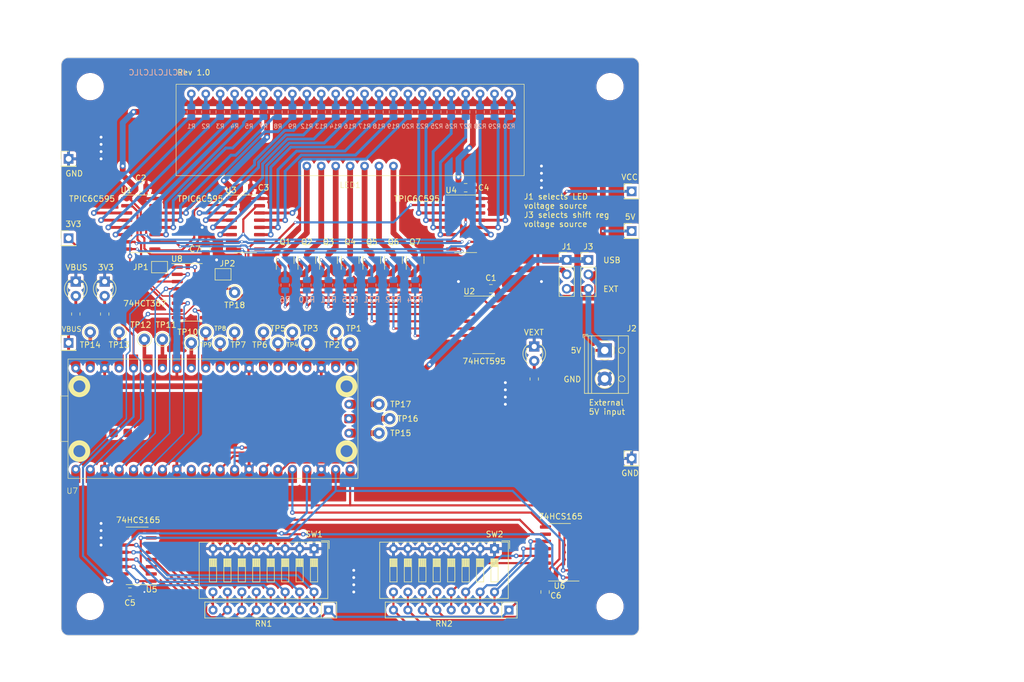
<source format=kicad_pcb>
(kicad_pcb (version 20221018) (generator pcbnew)
  (layers (0 "F.Cu" signal) (31 "B.Cu" signal) (34 "B.Paste" user) (35 "F.Paste" user) (36 "B.SilkS" user "B.Silkscreen") (37 "F.SilkS" user "F.Silkscreen") (38 "B.Mask" user) (39 "F.Mask" user) (44 "Edge.Cuts" user))
  (net 0 "")
  (net 1 "VBUS")
  (net 2 "VCC")
  (net 3 "Net-(J1-Pin_3)")
  (net 4 "+5V")
  (net 5 "GND")
  (net 6 "Net-(JP1-B)")
  (net 7 "Net-(JP2-B)")
  (net 8 "Net-(LED1-COM1)")
  (net 9 "Net-(LED1-COM2)")
  (net 10 "Net-(LED1-COM3)")
  (net 11 "Net-(LED1-COM4)")
  (net 12 "Net-(LED1-COM5)")
  (net 13 "Net-(LED1-COM6)")
  (net 14 "Net-(LED1-COM7)")
  (net 15 "Net-(LED1-x)")
  (net 16 "Net-(LED1-w)")
  (net 17 "Net-(LED1-v)")
  (net 18 "Net-(LED1-u)")
  (net 19 "Net-(LED1-t)")
  (net 20 "Net-(LED1-s)")
  (net 21 "Net-(LED1-r)")
  (net 22 "Net-(LED1-p)")
  (net 23 "Net-(LED1-o)")
  (net 24 "Net-(LED1-n)")
  (net 25 "Net-(LED1-m)")
  (net 26 "Net-(LED1-l)")
  (net 27 "Net-(LED1-k)")
  (net 28 "Net-(LED1-j)")
  (net 29 "Net-(LED1-i)")
  (net 30 "Net-(LED1-h)")
  (net 31 "Net-(LED1-g)")
  (net 32 "Net-(LED1-f)")
  (net 33 "Net-(LED1-e)")
  (net 34 "Net-(LED1-d)")
  (net 35 "Net-(LED1-c)")
  (net 36 "Net-(LED1-b)")
  (net 37 "Net-(LED1-a)")
  (net 38 "Net-(Q1-B)")
  (net 39 "Net-(Q2-B)")
  (net 40 "Net-(Q3-B)")
  (net 41 "Net-(Q4-B)")
  (net 42 "Net-(Q5-B)")
  (net 43 "Net-(Q6-B)")
  (net 44 "Net-(Q7-B)")
  (net 45 "Net-(U1-DRAIN0)")
  (net 46 "Net-(U1-DRAIN1)")
  (net 47 "Net-(U1-DRAIN2)")
  (net 48 "Net-(U1-DRAIN3)")
  (net 49 "Net-(U1-DRAIN4)")
  (net 50 "Net-(U2-QA)")
  (net 51 "Net-(U1-DRAIN5)")
  (net 52 "Net-(U1-DRAIN6)")
  (net 53 "Net-(U1-DRAIN7)")
  (net 54 "Net-(U2-QB)")
  (net 55 "Net-(U2-QC)")
  (net 56 "Net-(U3-DRAIN0)")
  (net 57 "Net-(U3-DRAIN1)")
  (net 58 "Net-(U3-DRAIN2)")
  (net 59 "Net-(U2-QD)")
  (net 60 "Net-(U3-DRAIN3)")
  (net 61 "Net-(U3-DRAIN4)")
  (net 62 "Net-(U3-DRAIN5)")
  (net 63 "Net-(U3-DRAIN6)")
  (net 64 "Net-(U3-DRAIN7)")
  (net 65 "Net-(U2-QE)")
  (net 66 "Net-(U2-QF)")
  (net 67 "Net-(U4-DRAIN0)")
  (net 68 "Net-(U2-QG)")
  (net 69 "Net-(U4-DRAIN1)")
  (net 70 "Net-(U4-DRAIN2)")
  (net 71 "Net-(U4-DRAIN3)")
  (net 72 "Net-(U4-DRAIN4)")
  (net 73 "Net-(U4-DRAIN5)")
  (net 74 "Net-(U4-DRAIN6)")
  (net 75 "+3V3")
  (net 76 "Net-(RN1-R1)")
  (net 77 "Net-(RN1-R2)")
  (net 78 "Net-(RN1-R3)")
  (net 79 "Net-(RN1-R4)")
  (net 80 "Net-(RN1-R5)")
  (net 81 "Net-(RN1-R6)")
  (net 82 "Net-(RN1-R7)")
  (net 83 "Net-(RN1-R8)")
  (net 84 "Net-(RN2-R1)")
  (net 85 "Net-(RN2-R2)")
  (net 86 "Net-(RN2-R3)")
  (net 87 "Net-(RN2-R4)")
  (net 88 "Net-(RN2-R5)")
  (net 89 "Net-(RN2-R6)")
  (net 90 "Net-(RN2-R7)")
  (net 91 "Net-(RN2-R8)")
  (net 92 "Net-(U7-GP16)")
  (net 93 "Net-(U7-GP17)")
  (net 94 "Net-(U7-GP18)")
  (net 95 "Net-(U7-GP19)")
  (net 96 "Net-(U7-GP20)")
  (net 97 "Net-(U7-GP21)")
  (net 98 "Net-(U7-GP22)")
  (net 99 "Net-(U7-RUN)")
  (net 100 "Net-(U7-GP26)")
  (net 101 "Net-(U7-GP27)")
  (net 102 "Net-(U7-GP28)")
  (net 103 "Net-(U7-ADC_VREF)")
  (net 104 "Net-(U7-3V3_EN)")
  (net 105 "Net-(U7-VSYS)")
  (net 106 "Net-(U7-SWCLK)")
  (net 107 "Net-(TP16-Pad1)")
  (net 108 "Net-(U7-SWDIO)")
  (net 109 "Net-(U8-O6b)")
  (net 110 "TPIC_SER_IN")
  (net 111 "~{TPIC_CLR}")
  (net 112 "TPIC_OE")
  (net 113 "TPIC_RCK")
  (net 114 "TPIC_SRCK")
  (net 117 "~{595_SRCLR}")
  (net 118 "595_SRCLK")
  (net 119 "595_RCLK")
  (net 120 "~{595_OE}")
  (net 121 "595_SER")
  (net 122 "Net-(U1-SER_OUT)")
  (net 123 "Net-(U3-SER_OUT)")
  (net 124 "~{165_PL}")
  (net 125 "165_CP")
  (net 127 "Net-(U5-Q7)")
  (net 129 "~{165_CE}")
  (net 131 "165_MISO")
  (net 132 "/uC/SPARE_LEVEL_SHIFT")
  (net 133 "/uC/TPIC_OE_3V3")
  (net 134 "/uC/TPIC_SRCK_3V3")
  (net 135 "/uC/TPIC_SER_IN_3V3")
  (net 136 "/uC/TPIC_CLR_3V3")
  (net 137 "/uC/TPIC_RCK_3V3")
  (net 147 "Net-(D1-A)")
  (net 148 "Net-(D2-A)")
  (net 149 "Net-(D5-A)")
  (footprint "Connector_Pin:Pin_D1.0mm_L10.0mm" (layer "F.Cu") (at 106.68 99.06)
    (fp_text reference "TP7")
    (fp_text value "TestPoint")
  )
  (footprint "Package_SO:SOIC-16_3.9x9.9mm_P1.27mm" (layer "F.Cu") (at 90.17 80.01)
    (fp_text reference "U1")
    (fp_text value "TPIC6C595")
  )
  (footprint "Jumper:SolderJumper-2_P1.3mm_Bridged_Pad1.0x1.5mm" (layer "F.Cu") (at 104.648 88.9 180)
    (fp_text reference "JP2")
    (fp_text value "Jump")
  )
  (footprint "Connector_PinHeader_2.54mm:PinHeader_1x01_P2.54mm_Vertical" (layer "F.Cu") (at 77.47 68.58)
    (fp_text reference "TP20" hide)
    (fp_text value "TestPoint")
  )
  (footprint "Connector_PinHeader_2.54mm:PinHeader_1x01_P2.54mm_Vertical" (layer "F.Cu") (at 176.53 121.285)
    (fp_text reference "TP19" hide)
    (fp_text value "TestPoint")
  )
  (footprint "Connector_Pin:Pin_D1.0mm_L10.0mm" (layer "F.Cu") (at 132.08 116.84)
    (fp_text reference "TP15")
    (fp_text value "TestPoint")
  )
  (footprint "Capacitor_SMD:C_0805_2012Metric" (layer "F.Cu") (at 151.765 91.44 180)
    (fp_text reference "C1")
    (fp_text value "100n")
  )
  (footprint "Resistor_SMD:R_0805_2012Metric" (layer "F.Cu") (at 159.385 107.315 -90)
    (fp_text reference "R35" hide)
    (fp_text value "1k")
  )
  (footprint "Connector_Pin:Pin_D1.0mm_L10.0mm" (layer "F.Cu") (at 119.38 100.965)
    (fp_text reference "TP3")
    (fp_text value "TestPoint")
  )
  (footprint "Connector_Pin:Pin_D1.0mm_L10.0mm" (layer "F.Cu") (at 114.3 100.965)
    (fp_text reference "TP5")
    (fp_text value "TestPoint")
  )
  (footprint "Connector_Pin:Pin_D1.0mm_L10.0mm" (layer "F.Cu") (at 124.46 99.06)
    (fp_text reference "TP2")
    (fp_text value "TestPoint")
  )
  (footprint "Connector_Pin:Pin_D1.0mm_L10.0mm" (layer "F.Cu") (at 106.68 92.075)
    (fp_text reference "TP18")
    (fp_text value "TestPoint")
  )
  (footprint "MountingHole:MountingHole_4.3mm_M4" (layer "F.Cu") (at 81.28 147.32)
    (fp_text reference "H3" hide)
    (fp_text value "MountingHole")
  )
  (footprint "Package_TO_SOT_SMD:SOT-23" (layer "F.Cu") (at 138.43 86.36 90)
    (fp_text reference "Q7")
    (fp_text value "BC808")
  )
  (footprint "Connector_Pin:Pin_D1.0mm_L10.0mm" (layer "F.Cu") (at 90.805 100.33)
    (fp_text reference "TP12")
    (fp_text value "TestPoint")
  )
  (footprint "Connector_Pin:Pin_D1.0mm_L10.0mm" (layer "F.Cu") (at 132.08 111.76)
    (fp_text reference "TP17")
    (fp_text value "TestPoint")
  )
  (footprint "Connector_PinHeader_2.54mm:PinHeader_1x01_P2.54mm_Vertical" (layer "F.Cu") (at 77.47 82.55)
    (fp_text reference "TP22" hide)
    (fp_text value "TestPoint")
  )
  (footprint "Capacitor_SMD:C_0805_2012Metric" (layer "F.Cu") (at 147.32 73.66)
    (fp_text reference "C4")
    (fp_text value "100n")
  )
  (footprint "Package_SO:SOIC-16_3.9x9.9mm_P1.27mm" (layer "F.Cu") (at 89.535 138.43 180)
    (fp_text reference "U5")
    (fp_text value "74HCS165")
  )
  (footprint "Resistor_THT:R_Array_SIP9" (layer "F.Cu") (at 123.19 147.955 180)
    (fp_text reference "RN1")
    (fp_text value "100k")
  )
  (footprint "Capacitor_SMD:C_0805_2012Metric" (layer "F.Cu") (at 90.17 73.66)
    (fp_text reference "C2")
    (fp_text value "100n")
  )
  (footprint "Capacitor_SMD:C_0805_2012Metric" (layer "F.Cu") (at 88.265 144.78)
    (fp_text reference "C5")
    (fp_text value "100n")
  )
  (footprint "TerminalBlock_RND:TerminalBlock_RND_205-00012_1x02_P5.00mm_Horizontal" (layer "F.Cu") (at 171.785 102.275 -90)
    (fp_text reference "J2")
    (fp_text value "Screw_Terminal_01x02")
  )
  (footprint "Connector_Pin:Pin_D1.0mm_L10.0mm" (layer "F.Cu") (at 116.84 99.06)
    (fp_text reference "TP4")
    (fp_text value "TestPoint")
  )
  (footprint "Package_SO:SOIC-16_3.9x9.9mm_P1.27mm" (layer "F.Cu") (at 163.83 137.795 180)
    (fp_text reference "U6")
    (fp_text value "74HCS165")
  )
  (footprint "Connector_Pin:Pin_D1.0mm_L10.0mm" (layer "F.Cu") (at 86.36 99.06)
    (fp_text reference "TP13")
    (fp_text value "TestPoint")
  )
  (footprint "Package_TO_SOT_SMD:SOT-23" (layer "F.Cu") (at 115.57 86.36 90)
    (fp_text reference "Q1")
    (fp_text value "BC808")
  )
  (footprint "Resistor_SMD:R_0805_2012Metric" (layer "F.Cu") (at 78.74 95.885 -90)
    (fp_text reference "R31" hide)
    (fp_text value "1k")
  )
  (footprint "Resistor_THT:R_Array_SIP9" (layer "F.Cu") (at 154.94 147.955 180)
    (fp_text reference "RN2")
    (fp_text value "100k")
  )
  (footprint "Defuse_footprints:DYSR00P401101" (layer "F.Cu") (at 127 63.5)
    (fp_text reference "LED1")
    (fp_text value "DYSR00P401101")
  )
  (footprint "Package_SO:SOIC-16_3.9x9.9mm_P1.27mm" (layer "F.Cu") (at 147.32 80.01)
    (fp_text reference "U4")
    (fp_text value "TPIC6C595")
  )
  (footprint "MountingHole:MountingHole_4.3mm_M4" (layer "F.Cu") (at 172.72 55.88)
    (fp_text reference "H2" hide)
    (fp_text value "MountingHole")
  )
  (footprint "LED_THT:LED_D3.0mm" (layer "F.Cu") (at 83.82 90.17 -90)
    (fp_text reference "D2" hide)
    (fp_text value "LED")
  )
  (footprint "Button_Switch_THT:SW_DIP_SPSTx08_Slide_9.78x22.5mm_W7.62mm_P2.54mm" (layer "F.Cu") (at 120.65 137.16 -90)
    (fp_text reference "SW1")
    (fp_text value "SW_DIP_x08")
  )
  (footprint "Defuse_footprints:PiPico_thru_and_surface" (layer "F.Cu") (at 102.87 114.3 90)
    (fp_text reference "U7")
    (fp_text value "PiPico")
  )
  (footprint "Capacitor_SMD:C_0805_2012Metric" (layer "F.Cu") (at 101.6 84.455 90)
    (fp_text reference "C7")
    (fp_text value "100n")
  )
  (footprint "Package_TO_SOT_SMD:SOT-23" (layer "F.Cu") (at 134.62 86.36 90)
    (fp_text reference "Q6")
    (fp_text value "BC808")
  )
  (footprint "Connector_PinHeader_2.54mm:PinHeader_1x03_P2.54mm_Vertical" (layer "F.Cu") (at 165.1 86.36)
    (fp_text reference "J1")
    (fp_text value "Conn_01x03_Pin")
  )
  (footprint "Connector_Pin:Pin_D1.0mm_L10.0mm" (layer "F.Cu") (at 81.28 99.06)
    (fp_text reference "TP14")
    (fp_text value "TestPoint")
  )
  (footprint "Package_TO_SOT_SMD:SOT-23" (layer "F.Cu") (at 130.81 86.36 90)
    (fp_text reference "Q5")
    (fp_text value "BC808")
  )
  (footprint "Package_TO_SOT_SMD:SOT-23" (layer "F.Cu") (at 123.19 86.36 90)
    (fp_text reference "Q3")
    (fp_text value "BC808")
  )
  (footprint "Package_SO:SOIC-16_3.9x9.9mm_P1.27mm" (layer "F.Cu") (at 108.585 80.01)
    (fp_text reference "U3")
    (fp_text value "TPIC6C595")
  )
  (footprint "Package_SO:SOIC-16_3.9x9.9mm_P1.27mm" (layer "F.Cu") (at 99.06 92.075)
    (fp_text reference "U8")
    (fp_text value "74HCT367")
  )
  (footprint "MountingHole:MountingHole_4.3mm_M4" (layer "F.Cu") (at 172.72 147.32)
    (fp_text reference "H4" hide)
    (fp_text value "MountingHole")
  )
  (footprint "Capacitor_SMD:C_0805_2012Metric" (layer "F.Cu") (at 108.585 73.66)
    (fp_text reference "C3")
    (fp_text value "100n")
  )
  (footprint "Connector_Pin:Pin_D1.0mm_L10.0mm" (layer "F.Cu") (at 93.98 100.33)
    (fp_text reference "TP11")
    (fp_text value "TestPoint")
  )
  (footprint "MountingHole:MountingHole_4.3mm_M4" (layer "F.Cu") (at 81.28 55.88)
    (fp_text reference "H1" hide)
    (fp_text value "MountingHole")
  )
  (footprint "Connector_Pin:Pin_D1.0mm_L10.0mm" (layer "F.Cu") (at 99.06 100.965)
    (fp_text reference "TP10")
    (fp_text value "TestPoint")
  )
  (footprint "Connector_Pin:Pin_D1.0mm_L10.0mm" (layer "F.Cu") (at 101.6 99.06)
    (fp_text reference "TP9")
    (fp_text value "TestPoint")
  )
  (footprint "Connector_PinHeader_2.54mm:PinHeader_1x01_P2.54mm_Vertical" (layer "F.Cu") (at 176.53 74.295)
    (fp_text reference "TP24" hide)
    (fp_text value "TestPoint")
  )
  (footprint "Connector_Pin:Pin_D1.0mm_L10.0mm" (layer "F.Cu") (at 133.985 114.3)
    (fp_text reference "TP16")
    (fp_text value "TestPoint")
  )
  (footprint "Resistor_SMD:R_0805_2012Metric" (layer "F.Cu") (at 83.82 95.885 -90)
    (fp_text reference "R32" hide)
    (fp_text value "1k")
  )
  (footprint "Connector_Pin:Pin_D1.0mm_L10.0mm" (layer "F.Cu") (at 111.76 99.06)
    (fp_text reference "TP6")
    (fp_text value "TestPoint")
  )
  (footprint "Package_TO_SOT_SMD:SOT-23" (layer "F.Cu") (at 119.38 86.36 90)
    (fp_text reference "Q2")
    (fp_text value "BC808")
  )
  (footprint "Jumper:SolderJumper-2_P1.3mm_Bridged_Pad1.0x1.5mm" (layer "F.Cu") (at 93.472 87.63)
    (fp_text reference "JP1")
    (fp_text value "Jump")
  )
  (footprint "Connector_Pin:Pin_D1.0mm_L10.0mm" (layer "F.Cu") (at 104.14 100.965)
    (fp_text reference "TP8")
    (fp_text value "TestPoint")
  )
  (footprint "Package_SO:SOIC-16_3.9x9.9mm_P1.27mm" (layer "F.Cu") (at 150.495 97.79)
    (fp_text reference "U2")
    (fp_text value "74HCT595")
  )
  (footprint "Button_Switch_THT:SW_DIP_SPSTx08_Slide_9.78x22.5mm_W7.62mm_P2.54mm" (layer "F.Cu") (at 152.4 137.16 -90)
    (fp_text reference "SW2")
    (fp_text value "SW_DIP_x08")
  )
  (footprint "Package_TO_SOT_SMD:SOT-23" (layer "F.Cu") (at 127 86.36 90)
    (fp_text reference "Q4")
    (fp_text value "BC808")
  )
  (footprint "Connector_Pin:Pin_D1.0mm_L10.0mm" (layer "F.Cu") (at 127 100.965)
    (fp_text reference "TP1")
    (fp_text value "TestPoint")
  )
  (footprint "Connector_PinHeader_2.54mm:PinHeader_1x03_P2.54mm_Vertical" (layer "F.Cu") (at 168.91 86.375)
    (fp_text reference "J3")
    (fp_text value "Conn_01x03_Pin")
  )
  (footprint "Connector_PinHeader_2.54mm:PinHeader_1x01_P2.54mm_Vertical" (layer "F.Cu") (at 77.47 100.965)
    (fp_text reference "TP21" hide)
    (fp_text value "TestPoint")
  )
  (footprint "LED_THT:LED_D3.0mm" (layer "F.Cu") (at 78.74 90.17 -90)
    (fp_text reference "D1" hide)
    (fp_text value "LED")
  )
  (footprint "Capacitor_SMD:C_0805_2012Metric" (layer "F.Cu") (at 161.29 144.78 -90)
    (fp_text reference "C6")
    (fp_text value "100n")
  )
  (footprint "LED_THT:LED_D3.0mm" (layer "F.Cu") (at 159.385 101.595 -90)
    (fp_text reference "D5" hide)
    (fp_text value "LED")
  )
  (footprint "Connector_PinHeader_2.54mm:PinHeader_1x01_P2.54mm_Vertical" (layer "F.Cu") (at 176.53 81.28)
    (fp_text reference "TP23" hide)
    (fp_text value "TestPoint")
  )
  (footprint "Resistor_SMD:R_0805_2012Metric" (layer "B.Cu") (at 109.22 60.325 -90)
    (fp_text reference "R5")
    (fp_text value "1k")
  )
  (footprint "Resistor_SMD:R_0805_2012Metric" (layer "B.Cu") (at 149.86 60.325 -90)
    (fp_text reference "R28")
    (fp_text value "1k")
  )
  (footprint "Resistor_SMD:R_0805_2012Metric" (layer "B.Cu") (at 101.6 60.325 -90)
    (fp_text reference "R2")
    (fp_text value "1k")
  )
  (footprint "Resistor_SMD:R_0805_2012Metric" (layer "B.Cu") (at 137.16 60.325 -90)
    (fp_text reference "R20")
    (fp_text value "1k")
  )
  (footprint "Resistor_SMD:R_0805_2012Metric" (layer "B.Cu") (at 119.38 90.805 90)
    (fp_text reference "R10")
    (fp_text value "10k")
  )
  (footprint "Resistor_SMD:R_0805_2012Metric" (layer "B.Cu") (at 114.3 60.325 -90)
    (fp_text reference "R8")
    (fp_text value "1k")
  )
  (footprint "Resistor_SMD:R_0805_2012Metric" (layer "B.Cu") (at 116.84 60.325 -90)
    (fp_text reference "R9")
    (fp_text value "1k")
  )
  (footprint "Resistor_SMD:R_0805_2012Metric" (layer "B.Cu") (at 121.92 60.325 -90)
    (fp_text reference "R13")
    (fp_text value "1k")
  )
  (footprint "Resistor_SMD:R_0805_2012Metric" (layer "B.Cu") (at 130.81 90.805 90)
    (fp_text reference "R21")
    (fp_text value "10k")
  )
  (footprint "Resistor_SMD:R_0805_2012Metric" (layer "B.Cu") (at 124.46 60.325 -90)
    (fp_text reference "R14")
    (fp_text value "1k")
  )
  (footprint "Resistor_SMD:R_0805_2012Metric" (layer "B.Cu") (at 142.24 60.325 -90)
    (fp_text reference "R25")
    (fp_text value "1k")
  )
  (footprint "Resistor_SMD:R_0805_2012Metric" (layer "B.Cu") (at 104.14 60.325 -90)
    (fp_text reference "R3")
    (fp_text value "1k")
  )
  (footprint "Resistor_SMD:R_0805_2012Metric" (layer "B.Cu") (at 127 60.325 -90)
    (fp_text reference "R16")
    (fp_text value "1k")
  )
  (footprint "Resistor_SMD:R_0805_2012Metric" (layer "B.Cu") (at 99.06 60.325 -90)
    (fp_text reference "R1")
    (fp_text value "1k")
  )
  (footprint "Resistor_SMD:R_0805_2012Metric" (layer "B.Cu") (at 147.32 60.325 -90)
    (fp_text reference "R27")
    (fp_text value "1k")
  )
  (footprint "Resistor_SMD:R_0805_2012Metric" (layer "B.Cu") (at 139.7 60.325 -90)
    (fp_text reference "R23")
    (fp_text value "1k")
  )
  (footprint "Resistor_SMD:R_0805_2012Metric" (layer "B.Cu") (at 152.4 60.325 -90)
    (fp_text reference "R29")
    (fp_text value "1k")
  )
  (footprint "Resistor_SMD:R_0805_2012Metric" (layer "B.Cu") (at 134.62 90.805 90)
    (fp_text reference "R22")
    (fp_text value "10k")
  )
  (footprint "Resistor_SMD:R_0805_2012Metric" (layer "B.Cu") (at 154.94 60.325 -90)
    (fp_text reference "R30")
    (fp_text value "1k")
  )
  (footprint "Resistor_SMD:R_0805_2012Metric" (layer "B.Cu") (at 115.57 90.805 90)
    (fp_text reference "R6")
    (fp_text value "10k")
  )
  (footprint "Resistor_SMD:R_0805_2012Metric" (layer "B.Cu") (at 129.54 60.325 -90)
    (fp_text reference "R17")
    (fp_text value "1k")
  )
  (footprint "Resistor_SMD:R_0805_2012Metric" (layer "B.Cu") (at 144.78 60.325 -90)
    (fp_text reference "R26")
    (fp_text value "1k")
  )
  (footprint "Resistor_SMD:R_0805_2012Metric" (layer "B.Cu") (at 106.68 60.325 -90)
    (fp_text reference "R4")
    (fp_text value "1k")
  )
  (footprint "Resistor_SMD:R_0805_2012Metric" (layer "B.Cu") (at 127 90.805 90)
    (fp_text reference "R15")
    (fp_text value "10k")
  )
  (footprint "Resistor_SMD:R_0805_2012Metric" (layer "B.Cu") (at 111.76 60.325 -90)
    (fp_text reference "R7")
    (fp_text value "1k")
  )
  (footprint "Resistor_SMD:R_0805_2012Metric" (layer "B.Cu") (at 119.38 60.325 -90)
    (fp_text reference "R12")
    (fp_text value "1k")
  )
  (footprint "Resistor_SMD:R_0805_2012Metric" (layer "B.Cu") (at 138.43 90.805 90)
    (fp_text reference "R24")
    (fp_text value "10k")
  )
  (footprint "Resistor_SMD:R_0805_2012Metric" (layer "B.Cu") (at 132.08 60.325 -90)
    (fp_text reference "R18")
    (fp_text value "1k")
  )
  (footprint "Resistor_SMD:R_0805_2012Metric" (layer "B.Cu") (at 134.62 60.325 -90)
    (fp_text reference "R19")
    (fp_text value "1k")
  )
  (footprint "Resistor_SMD:R_0805_2012Metric" (layer "B.Cu") (at 123.19 90.805 90)
    (fp_text reference "R11")
    (fp_text value "10k")
  )
  (gr_arc (start 177.8 151.13) (mid 177.428026 152.028026) (end 176.53 152.4) (stroke (width 0.1)) (layer "Edge.Cuts"))
  (gr_line (start 176.53 152.4) (end 77.47 152.4) (stroke (width 0.1)) (layer "Edge.Cuts"))
  (gr_line (start 177.8 52.07) (end 177.8 151.13) (stroke (width 0.1)) (layer "Edge.Cuts"))
  (gr_arc (start 76.2 52.07) (mid 76.571974 51.171974) (end 77.47 50.8) (stroke (width 0.1)) (layer "Edge.Cuts"))
  (gr_arc (start 176.53 50.8) (mid 177.428026 51.171974) (end 177.8 52.07) (stroke (width 0.1)) (layer "Edge.Cuts"))
  (gr_line (start 76.2 151.13) (end 76.2 52.07) (stroke (width 0.1)) (layer "Edge.Cuts"))
  (gr_line (start 77.47 50.8) (end 176.53 50.8) (stroke (width 0.1)) (layer "Edge.Cuts"))
  (gr_arc (start 77.47 152.4) (mid 76.571974 152.028026) (end 76.2 151.13) (stroke (width 0.1)) (layer "Edge.Cuts"))
  (gr_text "JLCJLCJLCJLC" (at 98.425 53.975) (layer "B.SilkS") (effects (font (size 1 1)) (justify left bottom mirror)))
  (gr_text "J1 selects LED \nvoltage source\nJ3 selects shift reg \nvoltage source" (at 157.48 80.645) (layer "F.SilkS") (effects (font (size 1 1)) (justify left bottom)))
  (gr_text "VEXT" (at 157.48 99.695) (layer "F.SilkS") (effects (font (size 1 1)) (justify left bottom)))
  (gr_text "GND" (at 76.835 71.755) (layer "F.SilkS") (effects (font (size 1 1)) (justify left bottom)))
  (gr_text "TPIC6C595" (at 77.47 76.2) (layer "F.SilkS") (effects (font (size 1 1)) (justify left bottom)))
  (gr_text "5V" (at 175.26 79.375) (layer "F.SilkS") (effects (font (size 1 1)) (justify left bottom)))
  (gr_text "74HCS165" (at 85.725 132.715) (layer "F.SilkS") (effects (font (size 1 1)) (justify left bottom)))
  (gr_text "3V3" (at 76.835 80.645) (layer "F.SilkS") (effects (font (size 1 1)) (justify left bottom)))
  (gr_text "74HCT595" (at 146.685 104.775) (layer "F.SilkS") (effects (font (size 1 1)) (justify left bottom)))
  (gr_text "5V" (at 165.735 102.87) (layer "F.SilkS") (effects (font (size 1 1)) (justify left bottom)))
  (gr_text "VBUS" (at 76.835 88.265) (layer "F.SilkS") (effects (font (size 1 1)) (justify left bottom)))
  (gr_text "3V3" (at 82.55 88.265) (layer "F.SilkS") (effects (font (size 1 1)) (justify left bottom)))
  (gr_text "VCC" (at 174.625 72.39) (layer "F.SilkS") (effects (font (size 1 1)) (justify left bottom)))
  (gr_text "GND" (at 174.625 124.46) (layer "F.SilkS") (effects (font (size 1 1)) (justify left bottom)))
  (gr_text "74HCT367" (at 86.995 94.615) (layer "F.SilkS") (effects (font (size 1 1)) (justify left bottom)))
  (gr_text "74HCS165" (at 160.02 132.08) (layer "F.SilkS") (effects (font (size 1 1)) (justify left bottom)))
  (gr_text "TPIC6C595" (at 134.62 76.2) (layer "F.SilkS") (effects (font (size 1 1)) (justify left bottom)))
  (gr_text "USB" (at 171.45 86.995) (layer "F.SilkS") (effects (font (size 1 1)) (justify left bottom)))
  (gr_text "EXT" (at 171.45 92.075) (layer "F.SilkS") (effects (font (size 1 1)) (justify left bottom)))
  (gr_text "VBUS" (at 76.2 99.06) (layer "F.SilkS") (effects (font (size 0.889 0.889) (thickness 0.127)) (justify left bottom)))
  (gr_text "GND" (at 164.465 107.95) (layer "F.SilkS") (effects (font (size 1 1)) (justify left bottom)))
  (gr_text "TPIC6C595" (at 96.52 76.2) (layer "F.SilkS") (effects (font (size 1 1)) (justify left bottom)))
  (gr_text "Rev 1.0" (at 96.52 53.975) (layer "F.SilkS") (effects (font (size 1 1)) (justify left bottom)))
  (gr_text "External\n5V input" (at 168.91 113.665) (layer "F.SilkS") (effects (font (size 1 1)) (justify left bottom)))
  (segment (start 78.74 105.41) (end 81.915 108.585) (width 1.016) (layer "F.Cu") (net 1))
  (segment (start 137.16 108.585) (end 140.97 104.775) (width 1.016) (layer "F.Cu") (net 1))
  (segment (start 77.47 100.965) (end 77.47 98.0675) (width 0.508) (layer "F.Cu") (net 1))
  (segment (start 77.47 100.965) (end 77.47 104.14) (width 0.508) (layer "F.Cu") (net 1))
  (segment (start 81.915 108.585) (end 137.16 108.585) (width 1.016) (layer "F.Cu") (net 1))
  (segment (start 77.47 98.0675) (end 78.74 96.7975) (width 0.508) (layer "F.Cu") (net 1))
  (segment (start 77.47 104.14) (end 78.74 105.41) (width 0.508) (layer "F.Cu") (net 1))
  (via (at 140.97 104.775) (size 1.016) (drill 0.508) (layers "F.Cu" "B.Cu") (net 1))
  (segment (start 168.91 86.375) (end 159.37 86.375) (width 1.016) (layer "B.Cu") (net 1))
  (segment (start 159.37 86.375) (end 140.97 104.775) (width 1.016) (layer "B.Cu") (net 1))
  (segment (start 160.02 79.375) (end 160.02 88.012) (width 0.508) (layer "F.Cu") (net 2))
  (segment (start 131.76 87.348395) (end 130.365395 88.743) (width 1.016) (layer "F.Cu") (net 2))
  (segment (start 139.38 87.2975) (end 139.38 87.348395) (width 1.016) (layer "F.Cu") (net 2))
  (segment (start 135.57 87.348395) (end 134.175395 88.743) (width 1.016) (layer "F.Cu") (net 2))
  (segment (start 120.33 87.348395) (end 118.778395 88.9) (width 1.016) (layer "F.Cu") (net 2))
  (segment (start 165.1 88.9) (end 164.212 88.012) (width 1.016) (layer "F.Cu") (net 2))
  (segment (start 116.52 87.338395) (end 116.52 87.2975) (width 1.016) (layer "F.Cu") (net 2))
  (segment (start 120.33 87.338395) (end 120.33 87.2975) (width 1.016) (layer "F.Cu") (net 2))
  (segment (start 124.303 88.743) (end 124.14 88.58) (width 1.016) (layer "F.Cu") (net 2))
  (segment (start 118.081605 88.9) (end 116.52 87.338395) (width 1.016) (layer "F.Cu") (net 2))
  (segment (start 122.588395 88.9) (end 121.891605 88.9) (width 1.016) (layer "F.Cu") (net 2))
  (segment (start 127.95 87.348395) (end 126.555395 88.743) (width 1.016) (layer "F.Cu") (net 2))
  (segment (start 130.365395 88.743) (end 128.748 88.743) (width 1.016) (layer "F.Cu") (net 2))
  (segment (start 124.14 87.2975) (end 124.14 87.348395) (width 1.016) (layer "F.Cu") (net 2))
  (segment (start 140.0945 88.012) (end 139.38 87.2975) (width 1.016) (layer "F.Cu") (net 2))
  (segment (start 128.748 88.743) (end 127.95 87.945) (width 1.016) (layer "F.Cu") (net 2))
  (segment (start 135.57 87.2975) (end 135.57 87.348395) (width 1.016) (layer "F.Cu") (net 2))
  (segment (start 121.891605 88.9) (end 120.33 87.338395) (width 1.016) (layer "F.Cu") (net 2))
  (segment (start 126.555395 88.743) (end 124.303 88.743) (width 1.016) (layer "F.Cu") (net 2))
  (segment (start 160.02 88.012) (end 140.0945 88.012) (width 1.016) (layer "F.Cu") (net 2))
  (segment (start 131.76 87.2975) (end 131.76 87.348395) (width 1.016) (layer "F.Cu") (net 2))
  (segment (start 131.76 87.338395) (end 131.76 87.2975) (width 1.016) (layer "F.Cu") (net 2))
  (segment (start 139.38 87.348395) (end 137.828395 88.9) (width 1.016) (layer "F.Cu") (net 2))
  (segment (start 165.1 74.295) (end 160.02 79.375) (width 0.508) (layer "F.Cu") (net 2))
  (segment (start 135.57 87.338395) (end 135.57 87.2975) (width 1.016) (layer "F.Cu") (net 2))
  (segment (start 137.828395 88.9) (end 137.131605 88.9) (width 1.016) (layer "F.Cu") (net 2))
  (segment (start 124.14 87.348395) (end 122.588395 88.9) (width 1.016) (layer "F.Cu") (net 2))
  (segment (start 118.778395 88.9) (end 118.081605 88.9) (width 1.016) (layer "F.Cu") (net 2))
  (segment (start 127.95 87.2975) (end 127.95 87.348395) (width 1.016) (layer "F.Cu") (net 2))
  (segment (start 134.175395 88.743) (end 133.164605 88.743) (width 1.016) (layer "F.Cu") (net 2))
  (segment (start 120.33 87.2975) (end 120.33 87.348395) (width 1.016) (layer "F.Cu") (net 2))
  (segment (start 133.164605 88.743) (end 131.76 87.338395) (width 1.016) (layer "F.Cu") (net 2))
  (segment (start 127.95 87.945) (end 127.95 87.2975) (width 1.016) (layer "F.Cu") (net 2))
  (segment (start 137.131605 88.9) (end 135.57 87.338395) (width 1.016) (layer "F.Cu") (net 2))
  (segment (start 124.14 88.58) (end 124.14 87.2975) (width 1.016) (layer "F.Cu") (net 2))
  (segment (start 164.212 88.012) (end 160.02 88.012) (width 1.016) (layer "F.Cu") (net 2))
  (via (at 165.1 74.295) (size 0.508) (drill 0.3048) (layers "F.Cu" "B.Cu") (net 2))
  (segment (start 176.53 74.295) (end 165.735 74.295) (width 0.508) (layer "B.Cu") (net 2))
  (segment (start 165.735 74.295) (end 165.1 74.295) (width 0.508) (layer "B.Cu") (net 2))
  (segment (start 159.385 108.2275) (end 165.3375 102.275) (width 0.508) (layer "F.Cu") (net 3))
  (segment (start 168.91 91.455) (end 165.115 91.455) (width 1.016) (layer "F.Cu") (net 3))
  (segment (start 165.3375 102.275) (end 171.785 102.275) (width 0.508) (layer "F.Cu") (net 3))
  (segment (start 165.115 91.455) (end 165.1 91.44) (width 1.016) (layer "F.Cu") (net 3))
  (segment (start 168.91 99.4) (end 171.785 102.275) (width 1.016) (layer "B.Cu") (net 3))
  (segment (start 168.91 91.455) (end 168.91 99.4) (width 1.016) (layer "B.Cu") (net 3))
  (segment (start 101.6 85.405) (end 91.855618 85.405) (width 0.381) (layer "F.Cu") (net 4))
  (segment (start 170.468 90.473) (end 170.468 92.422) (width 1.016) (layer "F.Cu") (net 4))
  (segment (start 107.635 73.66) (end 107.635 74.04) (width 1.016) (layer "F.Cu") (net 4))
  (segment (start 168.91 88.915) (end 170.112081 88.915) (width 1.016) (layer "F.Cu") (net 4))
  (segment (start 101.535 85.47) (end 101.6 85.405) (width 0.381) (layer "F.Cu") (net 4))
  (segment (start 146.05 73.34) (end 146.37 73.66) (width 1.016) (layer "F.Cu") (net 4))
  (segment (start 152.97 93.345) (end 152.97 91.695) (width 1.016) (layer "F.Cu") (net 4))
  (segment (start 148.59 60.325) (end 112.395 60.325) (width 1.016) (layer "F.Cu") (net 4))
  (segment (start 153.302 93.013) (end 152.97 93.345) (width 1.016) (layer "F.Cu") (net 4))
  (segment (start 152.97 91.695) (end 152.715 91.44) (width 1.016) (layer "F.Cu") (net 4))
  (segment (start 90.805 84.354382) (end 90.805 82.550707) (width 0.381) (layer "F.Cu") (net 4))
  (segment (start 89.22 73.66) (end 89.22 74.04) (width 1.016) (layer "F.Cu") (net 4))
  (segment (start 86.995 71.435) (end 89.22 73.66) (width 1.016) (layer "F.Cu") (net 4))
  (segment (start 146.05 71.755) (end 146.05 73.34) (width 1.016) (layer "F.Cu") (net 4))
  (segment (start 168.91 88.915) (end 170.468 90.473) (width 1.016) (layer "F.Cu") (net 4))
  (segment (start 101.535 87.63) (end 101.535 85.47) (width 0.381) (layer "F.Cu") (net 4))
  (segment (start 112.395 64.77) (end 112.395 60.325) (width 1.016) (layer "F.Cu") (net 4))
  (segment (start 171.45 87.577081) (end 171.45 81.915) (width 1.016) (layer "F.Cu") (net 4))
  (segment (start 107.635 73.66) (end 106.045 73.66) (width 1.016) (layer "F.Cu") (net 4))
  (segment (start 90.170499 77.571117) (end 88.164382 75.565) (width 0.381) (layer "F.Cu") (net 4))
  (segment (start 170.112081 88.915) (end 171.45 87.577081) (width 1.016) (layer "F.Cu") (net 4))
  (segment (start 144.845 75.565) (end 144.845 75.185) (width 1.016) (layer "F.Cu") (net 4))
  (segment (start 170.468 92.422) (end 169.877 93.013) (width 1.016) (layer "F.Cu") (net 4))
  (segment (start 90.170499 81.916206) (end 90.170499 77.571117) (width 0.381) (layer "F.Cu") (net 4))
  (segment (start 86.995 69.85) (end 86.995 71.435) (width 1.016) (layer "F.Cu") (net 4))
  (segment (start 171.45 81.915) (end 171.45 70.485) (width 1.016) (layer "F.Cu") (net 4))
  (segment (start 161.29 60.325) (end 148.59 60.325) (width 1.016) (layer "F.Cu") (net 4))
  (segment (start 148.59 66.04) (end 147.955 66.675) (width 1.016) (layer "F.Cu") (net 4))
  (segment (start 144.845 75.185) (end 146.37 73.66) (width 1.016) (layer "F.Cu") (net 4))
  (segment (start 90.805 82.550707) (end 90.170499 81.916206) (width 0.381) (layer "F.Cu") (net 4))
  (segment (start 88.164382 75.565) (end 87.695 75.565) (width 0.381) (layer "F.Cu") (net 4))
  (segment (start 91.855618 85.405) (end 90.805 84.354382) (width 0.381) (layer "F.Cu") (net 4))
  (segment (start 169.877 93.013) (end 153.302 93.013) (width 1.016) (layer "F.Cu") (net 4))
  (segment (start 171.45 70.485) (end 161.29 60.325) (width 1.016) (layer "F.Cu") (net 4))
  (segment (start 112.395 60.325) (end 88.9 60.325) (width 1.016) (layer "F.Cu") (net 4))
  (segment (start 148.59 60.325) (end 148.59 66.04) (width 1.016) (layer "F.Cu") (net 4))
  (segment (start 106.045 73.66) (end 104.775 72.39) (width 1.016) (layer "F.Cu") (net 4))
  (segment (start 107.635 74.04) (end 106.11 75.565) (width 1.016) (layer "F.Cu") (net 4))
  (segment (start 89.22 74.04) (end 87.695 75.565) (width 1.016) (layer "F.Cu") (net 4))
  (via (at 88.9 60.325) (size 1.016) (drill 0.508) (layers "F.Cu" "B.Cu") (net 4))
  (via (at 86.995 69.85) (size 1.016) (drill 0.508) (layers "F.Cu" "B.Cu") (net 4))
  (via (at 146.05 71.755) (size 1.016) (drill 0.508) (layers "F.Cu" "B.Cu") (net 4))
  (via (at 104.775 72.39) (size 1.016) (drill 0.508) (layers "F.Cu" "B.Cu") (net 4))
  (via (at 112.395 64.77) (size 1.016) (drill 0.508) (layers "F.Cu" "B.Cu") (net 4))
  (via (at 147.955 66.675) (size 1.016) (drill 0.508) (layers "F.Cu" "B.Cu") (net 4))
  (via (at 171.45 81.28) (size 0.508) (drill 0.3048) (layers "F.Cu" "B.Cu") (net 4))
  (segment (start 146.05 68.58) (end 146.05 71.755) (width 1.016) (layer "B.Cu") (net 4))
  (segment (start 88.9 60.325) (end 86.995 62.23) (width 1.016) (layer "B.Cu") (net 4))
  (segment (start 104.775 72.39) (end 112.395 64.77) (width 1.016) (layer "B.Cu") (net 4))
  (segment (start 176.53 81.28) (end 171.45 81.28) (width 0.508) (layer "B.Cu") (net 4))
  (segment (start 147.955 66.675) (end 146.05 68.58) (width 1.016) (layer "B.Cu") (net 4))
  (segment (start 86.995 62.23) (end 86.995 69.85) (width 1.016) (layer "B.Cu") (net 4))
  (via (at 100.965 80.645) (size 1.016) (drill 0.508) (layers "F.Cu" "B.Cu") (net 5))
  (via (at 160.655 69.85) (size 1.016) (drill 0.508) (layers "F.Cu" "B.Cu") (net 5))
  (via (at 127.635 143.51) (size 1.016) (drill 0.508) (layers "F.Cu" "B.Cu") (net 5))
  (via (at 160.655 73.66) (size 1.016) (drill 0.508) (layers "F.Cu" "B.Cu") (net 5))
  (via (at 83.185 68.58) (size 1.016) (drill 0.508) (layers "F.Cu" "B.Cu") (net 5))
  (via (at 90.805 144.78) (size 0.508) (drill 0.3048) (layers "F.Cu" "B.Cu") (net 5))
  (via (at 83.185 136.525) (size 1.016) (drill 0.508) (layers "F.Cu" "B.Cu") (net 5))
  (via (at 83.185 135.255) (size 1.016) (drill 0.508) (layers "F.Cu" "B.Cu") (net 5))
  (via (at 83.185 67.31) (size 1.016) (drill 0.508) (layers "F.Cu" "B.Cu") (net 5))
  (via (at 102.235 74.93) (size 1.016) (drill 0.508) (layers "F.Cu" "B.Cu") (net 5))
  (via (at 154.305 110.49) (size 1.016) (drill 0.508) (layers "F.Cu" "B.Cu") (net 5))
  (via (at 160.655 71.12) (size 1.016) (drill 0.508) (layers "F.Cu" "B.Cu") (net 5))
  (via (at 127.635 140.97) (size 1.016) (drill 0.508) (layers "F.Cu" "B.Cu") (net 5))
  (via (at 83.185 132.715) (size 1.016) (drill 0.508) (layers "F.Cu" "B.Cu") (net 5))
  (via (at 83.185 64.77) (size 1.016) (drill 0.508) (layers "F.Cu" "B.Cu") (net 5))
  (via (at 160.655 72.39) (size 1.016) (drill 0.508) (layers "F.Cu" "B.Cu") (net 5))
  (via (at 154.305 111.76) (size 1.016) (drill 0.508) (layers "F.Cu" "B.Cu") (net 5))
  (via (at 100.33 86.36) (size 1.016) (drill 0.508) (layers "F.Cu" "B.Cu") (net 5))
  (via (at 83.185 66.04) (size 1.016) (drill 0.508) (layers "F.Cu" "B.Cu") (net 5))
  (via (at 127.635 144.78) (size 1.016) (drill 0.508) (layers "F.Cu" "B.Cu") (net 5))
  (via (at 146.05 90.17) (size 1.016) (drill 0.508) (layers "F.Cu" "B.Cu") (net 5))
  (via (at 103.505 86.36) (size 1.016) (drill 0.508) (layers "F.Cu" "B.Cu") (net 5))
  (via (at 127.635 142.24) (size 1.016) (drill 0.508) (layers "F.Cu" "B.Cu") (net 5))
  (via (at 154.305 109.22) (size 1.016) (drill 0.508) (layers "F.Cu" "B.Cu") (net 5))
  (via (at 160.655 90.17) (size 1.016) (drill 0.508) (layers "F.Cu" "B.Cu") (net 5))
  (via (at 83.185 133.985) (size 1.016) (drill 0.508) (layers "F.Cu" "B.Cu") (net 5))
  (via (at 154.305 107.95) (size 1.016) (drill 0.508) (layers "F.Cu" "B.Cu") (net 5))
  (segment (start 96.585 87.63) (end 94.122 87.63) (width 0.381) (layer "F.Cu") (net 6))
  (segment (start 101.535 88.9) (end 103.998 88.9) (width 0.381) (layer "F.Cu") (net 7))
  (segment (start 119.38 69.85) (end 119.38 81.6125) (width 1.016) (layer "F.Cu") (net 8))
  (segment (start 119.38 81.6125) (end 115.57 85.4225) (width 1.016) (layer "F.Cu") (net 8))
  (segment (start 121.92 82.8825) (end 119.38 85.4225) (width 1.016) (layer "F.Cu") (net 9))
  (segment (start 121.92 69.85) (end 121.92 82.8825) (width 1.016) (layer "F.Cu") (net 9))
  (segment (start 124.46 84.1525) (end 123.19 85.4225) (width 1.016) (layer "F.Cu") (net 10))
  (segment (start 124.46 69.85) (end 124.46 84.1525) (width 1.016) (layer "F.Cu") (net 10))
  (segment (start 127 69.85) (end 127 85.4225) (width 1.016) (layer "F.Cu") (net 11))
  (segment (start 129.54 84.1525) (end 130.81 85.4225) (width 1.016) (layer "F.Cu") (net 12))
  (segment (start 129.54 69.85) (end 129.54 84.1525) (width 1.016) (layer "F.Cu") (net 12))
  (segment (start 132.08 82.8825) (end 134.62 85.4225) (width 1.016) (layer "F.Cu") (net 13))
  (segment (start 132.08 69.85) (end 132.08 82.8825) (width 1.016) (layer "F.Cu") (net 13))
  (segment (start 134.62 69.85) (end 134.62 81.6125) (width 1.016) (layer "F.Cu") (net 14))
  (segment (start 134.62 81.6125) (end 138.43 85.4225) (width 1.016) (layer "F.Cu") (net 14))
  (segment (start 154.94 57.15) (end 154.94 59.4125) (width 0.635) (layer "B.Cu") (net 15))
  (segment (start 152.4 57.15) (end 152.4 59.4125) (width 0.635) (layer "B.Cu") (net 16))
  (segment (start 149.86 57.15) (end 149.86 59.4125) (width 0.635) (layer "B.Cu") (net 17))
  (segment (start 147.32 57.15) (end 147.32 59.4125) (width 0.635) (layer "B.Cu") (net 18))
  (segment (start 144.78 57.15) (end 144.78 59.4125) (width 0.635) (layer "B.Cu") (net 19))
  (segment (start 142.24 57.15) (end 142.24 59.4125) (width 0.635) (layer "B.Cu") (net 20))
  (segment (start 139.7 57.15) (end 139.7 59.4125) (width 0.635) (layer "B.Cu") (net 21))
  (segment (start 137.16 57.15) (end 137.16 59.4125) (width 0.635) (layer "B.Cu") (net 22))
  (segment (start 134.62 57.15) (end 134.62 59.4125) (width 0.635) (layer "B.Cu") (net 23))
  (segment (start 132.08 57.15) (end 132.08 59.4125) (width 0.635) (layer "B.Cu") (net 24))
  (segment (start 129.54 57.15) (end 129.54 59.4125) (width 0.635) (layer "B.Cu") (net 25))
  (segment (start 127 57.15) (end 127 59.4125) (width 0.635) (layer "B.Cu") (net 26))
  (segment (start 124.46 57.15) (end 124.46 59.4125) (width 0.635) (layer "B.Cu") (net 27))
  (segment (start 121.92 57.15) (end 121.92 59.4125) (width 0.635) (layer "B.Cu") (net 28))
  (segment (start 119.38 57.15) (end 119.38 59.4125) (width 0.635) (layer "B.Cu") (net 29))
  (segment (start 116.84 57.15) (end 116.84 59.4125) (width 0.635) (layer "B.Cu") (net 30))
  (segment (start 114.3 57.15) (end 114.3 59.4125) (width 0.635) (layer "B.Cu") (net 31))
  (segment (start 111.76 57.15) (end 111.76 59.4125) (width 0.635) (layer "B.Cu") (net 32))
  (segment (start 109.22 57.15) (end 109.22 59.4125) (width 0.635) (layer "B.Cu") (net 33))
  (segment (start 106.68 57.15) (end 106.68 59.4125) (width 0.635) (layer "B.Cu") (net 34))
  (segment (start 104.14 57.15) (end 104.14 59.4125) (width 0.635) (layer "B.Cu") (net 35))
  (segment (start 101.6 57.15) (end 101.6 59.4125) (width 0.635) (layer "B.Cu") (net 36))
  (segment (start 99.06 59.4125) (end 99.06 57.15) (width 0.635) (layer "B.Cu") (net 37))
  (segment (start 114.3 86.36) (end 114.3 86.9775) (width 0.508) (layer "F.Cu") (net 38))
  (segment (start 114.3 86.9775) (end 114.62 87.2975) (width 0.508) (layer "F.Cu") (net 38))
  (via (at 114.3 86.36) (size 0.508) (drill 0.3048) (layers "F.Cu" "B.Cu") (net 38))
  (segment (start 115.57 89.8925) (end 115.57 87.63) (width 0.508) (layer "B.Cu") (net 38))
  (segment (start 115.57 87.63) (end 114.3 86.36) (width 0.508) (layer "B.Cu") (net 38))
  (segment (start 118.11 86.9775) (end 118.43 87.2975) (width 0.508) (layer "F.Cu") (net 39))
  (segment (start 118.11 86.36) (end 118.11 86.9775) (width 0.508) (layer "F.Cu") (net 39))
  (via (at 118.11 86.36) (size 0.508) (drill 0.3048) (layers "F.Cu" "B.Cu") (net 39))
  (segment (start 119.38 89.8925) (end 119.38 87.63) (width 0.508) (layer "B.Cu") (net 39))
  (segment (start 119.38 87.63) (end 118.11 86.36) (width 0.508) (layer "B.Cu") (net 39))
  (segment (start 122.24 86.68) (end 121.92 86.36) (width 0.508) (layer "F.Cu") (net 40))
  (segment (start 122.24 87.2975) (end 122.24 86.68) (width 0.508) (layer "F.Cu") (net 40))
  (via (at 121.92 86.36) (size 0.508) (drill 0.3048) (layers "F.Cu" "B.Cu") (net 40))
  (segment (start 123.19 89.8925) (end 123.19 87.63) (width 0.508) (layer "B.Cu") (net 40))
  (segment (start 123.19 87.63) (end 121.92 86.36) (width 0.508) (layer "B.Cu") (net 40))
  (segment (start 125.73 86.36) (end 125.73 86.9775) (width 0.508) (layer "F.Cu") (net 41))
  (segment (start 125.73 86.9775) (end 126.05 87.2975) (width 0.508) (layer "F.Cu") (net 41))
  (via (at 125.73 86.36) (size 0.508) (drill 0.3048) (layers "F.Cu" "B.Cu") (net 41))
  (segment (start 127 87.63) (end 125.73 86.36) (width 0.508) (layer "B.Cu") (net 41))
  (segment (start 127 89.8925) (end 127 87.63) (width 0.508) (layer "B.Cu") (net 41))
  (segment (start 129.54 86.36) (end 129.54 86.9775) (width 0.508) (layer "F.Cu") (net 42))
  (segment (start 129.54 86.9775) (end 129.86 87.2975) (width 0.508) (layer "F.Cu") (net 42))
  (via (at 129.54 86.36) (size 0.508) (drill 0.3048) (layers "F.Cu" "B.Cu") (net 42))
  (segment (start 130.81 89.8925) (end 130.81 87.63) (width 0.508) (layer "B.Cu") (net 42))
  (segment (start 130.81 87.63) (end 129.54 86.36) (width 0.508) (layer "B.Cu") (net 42))
  (segment (start 133.35 86.36) (end 133.35 86.9775) (width 0.508) (layer "F.Cu") (net 43))
  (segment (start 133.35 86.9775) (end 133.67 87.2975) (width 0.508) (layer "F.Cu") (net 43))
  (via (at 133.35 86.36) (size 0.508) (drill 0.3048) (layers "F.Cu" "B.Cu") (net 43))
  (segment (start 134.62 87.63) (end 133.35 86.36) (width 0.508) (layer "B.Cu") (net 43))
  (segment (start 134.62 89.8925) (end 134.62 87.63) (width 0.508) (layer "B.Cu") (net 43))
  (segment (start 137.16 86.9775) (end 137.48 87.2975) (width 0.508) (layer "F.Cu") (net 44))
  (segment (start 137.16 86.36) (end 137.16 86.9775) (width 0.508) (layer "F.Cu") (net 44))
  (via (at 137.16 86.36) (size 0.508) (drill 0.3048) (layers "F.Cu" "B.Cu") (net 44))
  (segment (start 138.43 89.8925) (end 138.43 87.63) (width 0.508) (layer "B.Cu") (net 44))
  (segment (start 138.43 87.63) (end 137.16 86.36) (width 0.508) (layer "B.Cu") (net 44))
  (segment (start 81.915 78.105) (end 87.695 78.105) (width 0.508) (layer "F.Cu") (net 45))
  (via (at 81.915 78.105) (size 1.016) (drill 0.508) (layers "F.Cu" "B.Cu") (net 45))
  (segment (start 98.7825 61.2375) (end 81.915 78.105) (width 0.508) (layer "B.Cu") (net 45))
  (segment (start 99.06 61.2375) (end 98.7825 61.2375) (width 0.508) (layer "B.Cu") (net 45))
  (segment (start 83.185 79.375) (end 87.695 79.375) (width 0.508) (layer "F.Cu") (net 46))
  (via (at 83.185 79.375) (size 1.016) (drill 0.508) (layers "F.Cu" "B.Cu") (net 46))
  (segment (start 101.3225 61.2375) (end 83.185 79.375) (width 0.508) (layer "B.Cu") (net 46))
  (segment (start 101.6 61.2375) (end 101.3225 61.2375) (width 0.508) (layer "B.Cu") (net 46))
  (segment (start 84.455 80.645) (end 87.695 80.645) (width 0.508) (layer "F.Cu") (net 47))
  (via (at 84.455 80.645) (size 1.016) (drill 0.508) (layers "F.Cu" "B.Cu") (net 47))
  (segment (start 104.14 61.2375) (end 103.8625 61.2375) (width 0.508) (layer "B.Cu") (net 47))
  (segment (start 103.8625 61.2375) (end 84.455 80.645) (width 0.508) (layer "B.Cu") (net 47))
  (segment (start 85.725 81.915) (end 87.695 81.915) (width 0.508) (layer "F.Cu") (net 48))
  (via (at 85.725 81.915) (size 1.016) (drill 0.508) (layers "F.Cu" "B.Cu") (net 48))
  (segment (start 106.68 61.2375) (end 106.4025 61.2375) (width 0.508) (layer "B.Cu") (net 48))
  (segment (start 106.4025 61.2375) (end 85.725 81.915) (width 0.508) (layer "B.Cu") (net 48))
  (segment (start 92.645 81.915) (end 94.606 81.915) (width 0.508) (layer "F.Cu") (net 49))
  (segment (start 94.606 81.915) (end 94.615 81.906) (width 0.508) (layer "F.Cu") (net 49))
  (via (at 94.615 81.906) (size 1.016) (drill 0.508) (layers "F.Cu" "B.Cu") (net 49))
  (segment (start 108.2535 62.204) (end 108.2535 62.5615) (width 0.508) (layer "B.Cu") (net 49))
  (segment (start 109.22 61.2375) (end 108.2535 62.204) (width 0.508) (layer "B.Cu") (net 49))
  (segment (start 94.615 76.2) (end 94.615 81.906) (width 0.508) (layer "B.Cu") (net 49))
  (segment (start 108.2535 62.5615) (end 94.615 76.2) (width 0.508) (layer "B.Cu") (net 49))
  (segment (start 152.97 94.615) (end 151.765 94.615) (width 0.381) (layer "F.Cu") (net 50))
  (segment (start 151.765 94.615) (end 149.225 92.075) (width 0.381) (layer "F.Cu") (net 50))
  (segment (start 118.11 92.075) (end 115.57 94.615) (width 0.381) (layer "F.Cu") (net 50))
  (segment (start 149.225 92.075) (end 118.11 92.075) (width 0.381) (layer "F.Cu") (net 50))
  (via (at 115.57 94.615) (size 0.508) (drill 0.3048) (layers "F.Cu" "B.Cu") (net 50))
  (segment (start 115.57 91.7175) (end 115.57 94.615) (width 0.381) (layer "B.Cu") (net 50))
  (segment (start 92.645 80.645) (end 95.885 80.645) (width 0.508) (layer "F.Cu") (net 51))
  (via (at 95.885 80.645) (size 1.016) (drill 0.508) (layers "F.Cu" "B.Cu") (net 51))
  (segment (start 106.3225 66.675) (end 105.140558 66.675) (width 0.508) (layer "B.Cu") (net 51))
  (segment (start 95.885 75.930558) (end 95.885 80.645) (width 0.508) (layer "B.Cu") (net 51))
  (segment (start 105.140558 66.675) (end 95.885 75.930558) (width 0.508) (layer "B.Cu") (net 51))
  (segment (start 111.76 61.2375) (end 106.3225 66.675) (width 0.508) (layer "B.Cu") (net 51))
  (segment (start 92.645 79.375) (end 97.155 79.375) (width 0.508) (layer "F.Cu") (net 52))
  (via (at 97.155 79.375) (size 1.016) (drill 0.508) (layers "F.Cu" "B.Cu") (net 52))
  (segment (start 97.155 76.835) (end 97.155 79.375) (width 0.508) (layer "B.Cu") (net 52))
  (segment (start 114.3 61.2375) (end 113.567174 61.2375) (width 0.508) (layer "B.Cu") (net 52))
  (segment (start 113.567174 61.2375) (end 106.859674 67.945) (width 0.508) (layer "B.Cu") (net 52))
  (segment (start 106.859674 67.945) (end 106.045 67.945) (width 0.508) (layer "B.Cu") (net 52))
  (segment (start 106.045 67.945) (end 97.155 76.835) (width 0.508) (layer "B.Cu") (net 52))
  (segment (start 92.645 78.105) (end 98.130324 78.105) (width 0.508) (layer "F.Cu") (net 53))
  (segment (start 98.130324 78.105) (end 98.130325 78.105001) (width 0.508) (layer "F.Cu") (net 53))
  (via (at 98.130325 78.105001) (size 1.016) (drill 0.508) (layers "F.Cu" "B.Cu") (net 53))
  (segment (start 114.269001 63.808499) (end 111.996733 63.808499) (width 0.508) (layer "B.Cu") (net 53))
  (segment (start 98.130325 77.674907) (end 98.130325 78.105001) (width 0.508) (layer "B.Cu") (net 53))
  (segment (start 111.996733 63.808499) (end 98.130325 77.674907) (width 0.508) (layer "B.Cu") (net 53))
  (segment (start 116.84 61.2375) (end 114.269001 63.808499) (width 0.508) (layer "B.Cu") (net 53))
  (segment (start 144.385451 93.925501) (end 120.069499 93.925501) (width 0.381) (layer "F.Cu") (net 54))
  (segment (start 148.02 93.345) (end 144.965952 93.345) (width 0.381) (layer "F.Cu") (net 54))
  (segment (start 120.069499 93.925501) (end 119.38 94.615) (width 0.381) (layer "F.Cu") (net 54))
  (segment (start 144.965952 93.345) (end 144.385451 93.925501) (width 0.381) (layer "F.Cu") (net 54))
  (via (at 119.38 94.615) (size 0.508) (drill 0.3048) (layers "F.Cu" "B.Cu") (net 54))
  (segment (start 119.38 91.7175) (end 119.38 94.615) (width 0.381) (layer "B.Cu") (net 54))
  (segment (start 123.190003 94.615) (end 123.190002 94.614999) (width 0.381) (layer "F.Cu") (net 55))
  (segment (start 148.02 94.615) (end 123.190003 94.615) (width 0.381) (layer "F.Cu") (net 55))
  (via (at 123.190002 94.614999) (size 0.508) (drill 0.3048) (layers "F.Cu" "B.Cu") (net 55))
  (segment (start 123.19 91.7175) (end 123.19 94.614997) (width 0.381) (layer "B.Cu") (net 55))
  (segment (start 123.19 94.614997) (end 123.190002 94.614999) (width 0.381) (layer "B.Cu") (net 55))
  (segment (start 100.486632 78.105) (end 100.486631 78.105001) (width 0.508) (layer "F.Cu") (net 56))
  (segment (start 106.11 78.105) (end 100.486632 78.105) (width 0.508) (layer "F.Cu") (net 56))
  (via (at 100.486631 78.105001) (size 1.016) (drill 0.508) (layers "F.Cu" "B.Cu") (net 56))
  (segment (start 115.505557 63.572501) (end 110.181501 68.896557) (width 0.508) (layer "B.Cu") (net 56))
  (segment (start 110.181501 69.613267) (end 101.689767 78.105001) (width 0.508) (layer "B.Cu") (net 56))
  (segment (start 110.181501 68.896557) (end 110.181501 69.613267) (width 0.508) (layer "B.Cu") (net 56))
  (segment (start 101.689767 78.105001) (end 100.486631 78.105001) (width 0.508) (layer "B.Cu") (net 56))
  (segment (start 117.044999 63.572501) (end 115.505557 63.572501) (width 0.508) (layer "B.Cu") (net 56))
  (segment (start 119.38 61.2375) (end 117.044999 63.572501) (width 0.508) (layer "B.Cu") (net 56))
  (segment (start 106.11 79.375) (end 101.6 79.375) (width 0.508) (layer "F.Cu") (net 57))
  (via (at 101.6 79.375) (size 1.016) (drill 0.508) (layers "F.Cu" "B.Cu") (net 57))
  (segment (start 115.692616 64.386) (end 110.889003 69.189613) (width 0.508) (layer "B.Cu") (net 57))
  (segment (start 118.7715 64.386) (end 115.692616 64.386) (width 0.508) (layer "B.Cu") (net 57))
  (segment (start 121.92 61.2375) (end 118.7715 64.386) (width 0.508) (layer "B.Cu") (net 57))
  (segment (start 110.889003 69.189613) (end 110.889003 70.085997) (width 0.508) (layer "B.Cu") (net 57))
  (segment (start 110.889003 70.085997) (end 101.6 79.375) (width 0.508) (layer "B.Cu") (net 57))
  (segment (start 106.11 80.645) (end 102.87 80.645) (width 0.508) (layer "F.Cu") (net 58))
  (via (at 102.87 80.645) (size 1.016) (drill 0.508) (layers "F.Cu" "B.Cu") (net 58))
  (segment (start 124.46 61.2375) (end 120.6035 65.094) (width 0.508) (layer "B.Cu") (net 58))
  (segment (start 111.596504 69.48267) (end 111.596504 71.918496) (width 0.508) (layer "B.Cu") (net 58))
  (segment (start 111.596504 71.918496) (end 102.87 80.645) (width 0.508) (layer "B.Cu") (net 58))
  (segment (start 120.6035 65.094) (end 115.985174 65.094) (width 0.508) (layer "B.Cu") (net 58))
  (segment (start 115.985174 65.094) (end 111.596504 69.48267) (width 0.508) (layer "B.Cu") (net 58))
  (segment (start 148.02 95.885) (end 127 95.885) (width 0.381) (layer "F.Cu") (net 59))
  (via (at 127 95.885) (size 0.508) (drill 0.3048) (layers "F.Cu" "B.Cu") (net 59))
  (segment (start 127 91.7175) (end 127 95.885) (width 0.381) (layer "B.Cu") (net 59))
  (segment (start 104.149 81.915) (end 104.14 81.906) (width 0.508) (layer "F.Cu") (net 60))
  (segment (start 106.11 81.915) (end 104.149 81.915) (width 0.508) (layer "F.Cu") (net 60))
  (via (at 104.14 81.906) (size 1.016) (drill 0.508) (layers "F.Cu" "B.Cu") (net 60))
  (segment (start 112.304006 69.775726) (end 112.304006 73.741994) (width 0.508) (layer "B.Cu") (net 60))
  (segment (start 127 61.2375) (end 122.4355 65.802) (width 0.508) (layer "B.Cu") (net 60))
  (segment (start 116.277732 65.802) (end 112.304006 69.775726) (width 0.508) (layer "B.Cu") (net 60))
  (segment (start 122.4355 65.802) (end 116.277732 65.802) (width 0.508) (layer "B.Cu") (net 60))
  (segment (start 112.304006 73.741994) (end 104.14 81.906) (width 0.508) (layer "B.Cu") (net 60))
  (segment (start 113.021 81.915) (end 113.03 81.906) (width 0.508) (layer "F.Cu") (net 61))
  (segment (start 111.06 81.915) (end 113.021 81.915) (width 0.508) (layer "F.Cu") (net 61))
  (via (at 113.03 81.906) (size 1.016) (drill 0.508) (layers "F.Cu" "B.Cu") (net 61))
  (segment (start 113.03 70.05029) (end 113.03 81.906) (width 0.508) (layer "B.Cu") (net 61))
  (segment (start 116.57029 66.51) (end 113.03 70.05029) (width 0.508) (layer "B.Cu") (net 61))
  (segment (start 129.54 61.2375) (end 124.2675 66.51) (width 0.508) (layer "B.Cu") (net 61))
  (segment (start 124.2675 66.51) (end 116.57029 66.51) (width 0.508) (layer "B.Cu") (net 61))
  (segment (start 111.06 80.645) (end 114.3 80.645) (width 0.508) (layer "F.Cu") (net 62))
  (via (at 114.3 80.645) (size 1.016) (drill 0.508) (layers "F.Cu" "B.Cu") (net 62))
  (segment (start 126.0995 67.218) (end 117.567 67.218) (width 0.508) (layer "B.Cu") (net 62))
  (segment (start 114.3 70.485) (end 114.3 80.645) (width 0.508) (layer "B.Cu") (net 62))
  (segment (start 117.567 67.218) (end 114.3 70.485) (width 0.508) (layer "B.Cu") (net 62))
  (segment (start 132.08 61.2375) (end 126.0995 67.218) (width 0.508) (layer "B.Cu") (net 62))
  (segment (start 111.06 79.375) (end 115.57 79.375) (width 0.508) (layer "F.Cu") (net 63))
  (via (at 115.57 79.375) (size 1.016) (drill 0.508) (layers "F.Cu" "B.Cu") (net 63))
  (segment (start 134.62 61.2375) (end 127.9315 67.926) (width 0.508) (layer "B.Cu") (net 63))
  (segment (start 127.9315 67.926) (end 118.397736 67.926) (width 0.508) (layer "B.Cu") (net 63))
  (segment (start 115.57 70.753736) (end 115.57 79.375) (width 0.508) (layer "B.Cu") (net 63))
  (segment (start 118.397736 67.926) (end 115.57 70.753736) (width 0.508) (layer "B.Cu") (net 63))
  (segment (start 111.06 78.105) (end 116.84 78.105) (width 0.508) (layer "F.Cu") (net 64))
  (via (at 116.84 78.105) (size 1.016) (drill 0.508) (layers "F.Cu" "B.Cu") (net 64))
  (segment (start 118.691 68.634) (end 118.11 69.215) (width 0.508) (layer "B.Cu") (net 64))
  (segment (start 137.16 61.2375) (end 129.7635 68.634) (width 0.508) (layer "B.Cu") (net 64))
  (segment (start 118.11 69.215) (end 118.11 76.835) (width 0.508) (layer "B.Cu") (net 64))
  (segment (start 129.7635 68.634) (end 118.691 68.634) (width 0.508) (layer "B.Cu") (net 64))
  (segment (start 118.11 76.835) (end 116.84 78.105) (width 0.508) (layer "B.Cu") (net 64))
  (segment (start 148.02 97.155) (end 130.81 97.155) (width 0.381) (layer "F.Cu") (net 65))
  (via (at 130.81 97.155) (size 0.508) (drill 0.3048) (layers "F.Cu" "B.Cu") (net 65))
  (segment (start 130.81 91.7175) (end 130.81 97.155) (width 0.381) (layer "B.Cu") (net 65))
  (segment (start 148.02 98.425) (end 134.62 98.425) (width 0.381) (layer "F.Cu") (net 66))
  (via (at 134.62 98.425) (size 0.508) (drill 0.3048) (layers "F.Cu" "B.Cu") (net 66))
  (segment (start 134.62 91.7175) (end 134.62 98.425) (width 0.381) (layer "B.Cu") (net 66))
  (segment (start 144.845 78.105) (end 139.065 78.105) (width 0.508) (layer "F.Cu") (net 67))
  (via (at 139.065 78.105) (size 1.016) (drill 0.508) (layers "F.Cu" "B.Cu") (net 67))
  (segment (start 139.065 78.105) (end 139.065 61.8725) (width 0.508) (layer "B.Cu") (net 67))
  (segment (start 139.065 61.8725) (end 139.7 61.2375) (width 0.508) (layer "B.Cu") (net 67))
  (segment (start 148.02 99.695) (end 138.43 99.695) (width 0.381) (layer "F.Cu") (net 68))
  (via (at 138.43 99.695) (size 0.508) (drill 0.3048) (layers "F.Cu" "B.Cu") (net 68))
  (segment (start 138.43 91.7175) (end 138.43 99.695) (width 0.381) (layer "B.Cu") (net 68))
  (segment (start 144.845 79.375) (end 140.335 79.375) (width 0.508) (layer "F.Cu") (net 69))
  (via (at 140.335 79.375) (size 1.016) (drill 0.508) (layers "F.Cu" "B.Cu") (net 69))
  (segment (start 140.335 63.1425) (end 142.24 61.2375) (width 0.508) (layer "B.Cu") (net 69))
  (segment (start 140.335 79.375) (end 140.335 63.1425) (width 0.508) (layer "B.Cu") (net 69))
  (segment (start 144.845 80.645) (end 141.605 80.645) (width 0.508) (layer "F.Cu") (net 70))
  (via (at 141.605 80.645) (size 1.016) (drill 0.508) (layers "F.Cu" "B.Cu") (net 70))
  (segment (start 141.605 67.31) (end 144.78 64.135) (width 0.508) (layer "B.Cu") (net 70))
  (segment (start 141.605 80.645) (end 141.605 67.31) (width 0.508) (layer "B.Cu") (net 70))
  (segment (start 144.78 64.135) (end 144.78 61.2375) (width 0.508) (layer "B.Cu") (net 70))
  (segment (start 142.884 81.915) (end 142.875 81.906) (width 0.508) (layer "F.Cu") (net 71))
  (segment (start 144.845 81.915) (end 142.884 81.915) (width 0.508) (layer "F.Cu") (net 71))
  (via (at 142.875 81.906) (size 1.016) (drill 0.508) (layers "F.Cu" "B.Cu") (net 71))
  (segment (start 147.32 64.77) (end 142.875 69.215) (width 0.508) (layer "B.Cu") (net 71))
  (segment (start 147.32 61.2375) (end 147.32 64.77) (width 0.508) (layer "B.Cu") (net 71))
  (segment (start 142.875 69.215) (end 142.875 81.906) (width 0.508) (layer "B.Cu") (net 71))
  (segment (start 149.795 81.915) (end 151.765 81.915) (width 0.508) (layer "F.Cu") (net 72))
  (via (at 151.765 81.915) (size 1.016) (drill 0.508) (layers "F.Cu" "B.Cu") (net 72))
  (segment (start 151.765 81.915) (end 149.86 80.01) (width 0.508) (layer "B.Cu") (net 72))
  (segment (start 149.86 80.01) (end 149.86 61.2375) (width 0.508) (layer "B.Cu") (net 72))
  (segment (start 149.795 80.645) (end 153.035 80.645) (width 0.508) (layer "F.Cu") (net 73))
  (via (at 153.035 80.645) (size 1.016) (drill 0.508) (layers "F.Cu" "B.Cu") (net 73))
  (segment (start 153.035 80.645) (end 153.035 61.8725) (width 0.508) (layer "B.Cu") (net 73))
  (segment (start 153.035 61.8725) (end 152.4 61.2375) (width 0.508) (layer "B.Cu") (net 73))
  (segment (start 149.795 79.375) (end 154.305 79.375) (width 0.508) (layer "F.Cu") (net 74))
  (via (at 154.305 79.375) (size 1.016) (drill 0.508) (layers "F.Cu" "B.Cu") (net 74))
  (segment (start 154.305 61.8725) (end 154.94 61.2375) (width 0.508) (layer "B.Cu") (net 74))
  (segment (start 154.305 79.375) (end 154.305 61.8725) (width 0.508) (layer "B.Cu") (net 74))
  (segment (start 154.94 147.955) (end 160.655 142.24) (width 0.381) (layer "F.Cu") (net 75))
  (segment (start 81.28 86.36) (end 77.47 82.55) (width 0.381) (layer "F.Cu") (net 75))
  (segment (start 87.315 144.78) (end 93.665 151.13) (width 0.381) (layer "F.Cu") (net 75))
  (segment (start 93.665 151.13) (end 120.015 151.13) (width 0.381) (layer "F.Cu") (net 75))
  (segment (start 161.29 143.83) (end 161.29 142.305) (width 0.381) (layer "F.Cu") (net 75))
  (segment (start 86.063964 96.7975) (end 83.82 96.7975) (width 0.381) (layer "F.Cu") (net 75))
  (segment (start 84.455 142.875) (end 87.06 142.875) (width 0.381) (layer "F.Cu") (net 75))
  (segment (start 87.06 144.525) (end 87.315 144.78) (width 0.381) (layer "F.Cu") (net 75))
  (segment (start 120.015 151.13) (end 123.19 147.955) (width 0.381) (layer "F.Cu") (net 75))
  (segment (start 87.06 142.875) (end 87.06 144.525) (width 0.381) (layer "F.Cu") (net 75))
  (segment (start 161.29 142.305) (end 161.355 142.24) (width 0.381) (layer "F.Cu") (net 75))
  (segment (start 88.9 99.633536) (end 86.063964 96.7975) (width 0.381) (layer "F.Cu") (net 75))
  (segment (start 160.655 142.24) (end 161.355 142.24) (width 0.381) (layer "F.Cu") (net 75))
  (segment (start 88.9 105.41) (end 88.9 99.633536) (width 0.381) (layer "F.Cu") (net 75))
  (segment (start 83.82 96.7975) (end 81.28 94.2575) (width 0.381) (layer "F.Cu") (net 75))
  (segment (start 81.28 94.2575) (end 81.28 86.36) (width 0.381) (layer "F.Cu") (net 75))
  (via (at 84.455 142.875) (size 0.8) (drill 0.4) (layers "F.Cu" "B.Cu") (net 75))
  (segment (start 83.82 142.24) (end 84.455 142.875) (width 0.381) (layer "B.Cu") (net 75))
  (segment (start 153.7495 149.1455) (end 124.3805 149.1455) (width 0.381) (layer "B.Cu") (net 75))
  (segment (start 88.9 105.41) (end 88.9 113.940118) (width 0.381) (layer "B.Cu") (net 75))
  (segment (start 154.94 147.955) (end 153.7495 149.1455) (width 0.381) (layer "B.Cu") (net 75))
  (segment (start 80.01 122.830118) (end 80.01 138.43) (width 0.381) (layer "B.Cu") (net 75))
  (segment (start 124.3805 149.1455) (end 123.19 147.955) (width 0.381) (layer "B.Cu") (net 75))
  (segment (start 88.9 113.940118) (end 80.01 122.830118) (width 0.381) (layer "B.Cu") (net 75))
  (segment (start 80.01 138.43) (end 83.82 142.24) (width 0.381) (layer "B.Cu") (net 75))
  (segment (start 120.65 144.78) (end 120.65 147.955) (width 0.381) (layer "F.Cu") (net 76))
  (segment (start 87.06 136.525) (end 89.38 136.525) (width 0.381) (layer "F.Cu") (net 76))
  (via (at 89.38 136.525) (size 0.8) (drill 0.4) (layers "F.Cu" "B.Cu") (net 76))
  (segment (start 120.65 144.78) (end 117.717997 141.847997) (width 0.381) (layer "B.Cu") (net 76))
  (segment (start 117.717997 141.847997) (end 94.857997 141.847997) (width 0.381) (layer "B.Cu") (net 76))
  (segment (start 94.857997 141.847997) (end 89.535 136.525) (width 0.381) (layer "B.Cu") (net 76))
  (segment (start 89.535 136.525) (end 89.38 136.525) (width 0.381) (layer "B.Cu") (net 76))
  (segment (start 118.11 144.78) (end 118.11 147.955) (width 0.381) (layer "F.Cu") (net 77))
  (segment (start 87.06 137.795) (end 88.9 137.795) (width 0.381) (layer "F.Cu") (net 77))
  (via (at 88.9 137.795) (size 0.8) (drill 0.4) (layers "F.Cu" "B.Cu") (net 77))
  (segment (start 89.984048 137.795) (end 94.617546 142.428498) (width 0.381) (layer "B.Cu") (net 77))
  (segment (start 88.9 137.795) (end 89.984048 137.795) (width 0.381) (layer "B.Cu") (net 77))
  (segment (start 94.617546 142.428498) (end 115.758498 142.428498) (width 0.381) (layer "B.Cu") (net 77))
  (segment (start 115.758498 142.428498) (end 118.11 144.78) (width 0.381) (layer "B.Cu") (net 77))
  (segment (start 87.06 139.065) (end 89.38 139.065) (width 0.381) (layer "F.Cu") (net 78))
  (segment (start 115.57 144.78) (end 115.57 147.955) (width 0.381) (layer "F.Cu") (net 78))
  (via (at 89.38 139.065) (size 0.8) (drill 0.4) (layers "F.Cu" "B.Cu") (net 78))
  (segment (start 115.57 144.78) (end 113.798999 143.008999) (width 0.381) (layer "B.Cu") (net 78))
  (segment (start 93.323999 143.008999) (end 89.38 139.065) (width 0.381) (layer "B.Cu") (net 78))
  (segment (start 113.798999 143.008999) (end 93.323999 143.008999) (width 0.381) (layer "B.Cu") (net 78))
  (segment (start 87.06 140.335) (end 88.9 140.335) (width 0.381) (layer "F.Cu") (net 79))
  (segment (start 113.03 144.78) (end 113.03 147.955) (width 0.381) (layer "F.Cu") (net 79))
  (via (at 88.9 140.335) (size 0.8) (drill 0.4) (layers "F.Cu" "B.Cu") (net 79))
  (segment (start 88.9 140.335) (end 92.1545 143.5895) (width 0.381) (layer "B.Cu") (net 79))
  (segment (start 111.8395 143.5895) (end 113.03 144.78) (width 0.381) (layer "B.Cu") (net 79))
  (segment (start 92.1545 143.5895) (end 111.8395 143.5895) (width 0.381) (layer "B.Cu") (net 79))
  (segment (start 92.479382 140.335) (end 100.5175 148.373118) (width 0.381) (layer "F.Cu") (net 80))
  (segment (start 100.5175 148.929438) (end 102.083062 150.495) (width 0.381) (layer "F.Cu") (net 80))
  (segment (start 92.01 140.335) (end 92.479382 140.335) (width 0.381) (layer "F.Cu") (net 80))
  (segment (start 107.95 150.495) (end 110.49 147.955) (width 0.381) (layer "F.Cu") (net 80))
  (segment (start 100.5175 148.373118) (end 100.5175 148.929438) (width 0.381) (layer "F.Cu") (net 80))
  (segment (start 102.083062 150.495) (end 107.95 150.495) (width 0.381) (layer "F.Cu") (net 80))
  (segment (start 110.49 144.78) (end 110.49 147.955) (width 0.381) (layer "F.Cu") (net 80))
  (segment (start 101.0985 148.68878) (end 102.26972 149.86) (width 0.381) (layer "F.Cu") (net 81))
  (segment (start 106.045 149.86) (end 107.95 147.955) (width 0.381) (layer "F.Cu") (net 81))
  (segment (start 101.0985 147.684118) (end 101.0985 148.68878) (width 0.381) (layer "F.Cu") (net 81))
  (segment (start 102.26972 149.86) (end 106.045 149.86) (width 0.381) (layer "F.Cu") (net 81))
  (segment (start 92.479382 139.065) (end 101.0985 147.684118) (width 0.381) (layer "F.Cu") (net 81))
  (segment (start 92.01 139.065) (end 92.479382 139.065) (width 0.381) (layer "F.Cu") (net 81))
  (segment (start 107.95 144.78) (end 107.95 147.955) (width 0.381) (layer "F.Cu") (net 81))
  (segment (start 92.01 137.795) (end 92.479382 137.795) (width 0.381) (layer "F.Cu") (net 82))
  (segment (start 105.41 144.78) (end 105.41 147.955) (width 0.381) (layer "F.Cu") (net 82))
  (segment (start 102.456378 149.225) (end 104.14 149.225) (width 0.381) (layer "F.Cu") (net 82))
  (segment (start 92.479382 137.795) (end 101.6795 146.995118) (width 0.381) (layer "F.Cu") (net 82))
  (segment (start 101.6795 146.995118) (end 101.6795 148.448122) (width 0.381) (layer "F.Cu") (net 82))
  (segment (start 104.14 149.225) (end 105.41 147.955) (width 0.381) (layer "F.Cu") (net 82))
  (segment (start 101.6795 148.448122) (end 102.456378 149.225) (width 0.381) (layer "F.Cu") (net 82))
  (segment (start 92.01 136.525) (end 92.479382 136.525) (width 0.381) (layer "F.Cu") (net 83))
  (segment (start 92.479382 136.525) (end 102.87 146.915618) (width 0.381) (layer "F.Cu") (net 83))
  (segment (start 102.87 147.955) (end 102.87 144.78) (width 0.381) (layer "F.Cu") (net 83))
  (segment (start 102.87 146.915618) (end 102.87 147.955) (width 0.381) (layer "F.Cu") (net 83))
  (segment (start 161.355 135.89) (end 158.75 135.89) (width 0.381) (layer "F.Cu") (net 84))
  (segment (start 152.4 147.955) (end 152.4 144.78) (width 0.381) (layer "F.Cu") (net 84))
  (via (at 158.75 135.89) (size 0.8) (drill 0.4) (layers "F.Cu" "B.Cu") (net 84))
  (segment (start 158.75 135.89) (end 158.75 138.43) (width 0.381) (layer "B.Cu") (net 84))
  (segment (start 158.75 138.43) (end 152.4 144.78) (width 0.381) (layer "B.Cu") (net 84))
  (segment (start 149.86 147.955) (end 149.86 144.78) (width 0.381) (layer "F.Cu") (net 85))
  (segment (start 161.355 137.16) (end 157.48 137.16) (width 0.381) (layer "F.Cu") (net 85))
  (via (at 157.48 137.16) (size 0.8) (drill 0.4) (layers "F.Cu" "B.Cu") (net 85))
  (segment (start 157.48 137.16) (end 157.48 138.879048) (width 0.381) (layer "B.Cu") (net 85))
  (segment (start 151.0505 143.5895) (end 149.86 144.78) (width 0.381) (layer "B.Cu") (net 85))
  (segment (start 152.769548 143.5895) (end 151.0505 143.5895) (width 0.381) (layer "B.Cu") (net 85))
  (segment (start 157.48 138.879048) (end 152.769548 143.5895) (width 0.381) (layer "B.Cu") (net 85))
  (segment (start 156.845 138.43) (end 156.21 138.43) (width 0.381) (layer "F.Cu") (net 86))
  (segment (start 161.355 138.43) (end 156.845 138.43) (width 0.381) (layer "F.Cu") (net 86))
  (segment (start 147.32 147.955) (end 147.32 144.78) (width 0.381) (layer "F.Cu") (net 86))
  (via (at 156.21 138.43) (size 0.8) (drill 0.4) (layers "F.Cu" "B.Cu") (net 86))
  (segment (start 156.21 138.43) (end 153.67 138.43) (width 0.381) (layer "B.Cu") (net 86))
  (segment (start 153.67 138.43) (end 147.32 144.78) (width 0.381) (layer "B.Cu") (net 86))
  (segment (start 161.355 139.7) (end 149.86 139.7) (width 0.381) (layer "F.Cu") (net 87))
  (segment (start 144.78 147.955) (end 144.78 144.78) (width 0.381) (layer "F.Cu") (net 87))
  (segment (start 149.86 139.7) (end 144.78 144.78) (width 0.381) (layer "F.Cu") (net 87))
  (segment (start 143.4305 149.1455) (end 142.24 147.955) (width 0.381) (layer "F.Cu") (net 88))
  (segment (start 142.24 147.955) (end 142.24 144.78) (width 0.381) (layer "F.Cu") (net 88))
  (segment (start 156.2895 149.1455) (end 143.4305 149.1455) (width 0.381) (layer "F.Cu") (net 88))
  (segment (start 166.305 139.7) (end 166.774382 139.7) (width 0.381) (layer "F.Cu") (net 88))
  (segment (start 167.6705 140.596118) (end 167.6705 142.613882) (width 0.381) (layer "F.Cu") (net 88))
  (segment (start 167.6705 142.613882) (end 162.329382 147.955) (width 0.381) (layer "F.Cu") (net 88))
  (segment (start 166.774382 139.7) (end 167.6705 140.596118) (width 0.381) (layer "F.Cu") (net 88))
  (segment (start 162.329382 147.955) (end 157.48 147.955) (width 0.381) (layer "F.Cu") (net 88))
  (segment (start 157.48 147.955) (end 156.2895 149.1455) (width 0.381) (layer "F.Cu") (net 88))
  (segment (start 167.6705 139.326118) (end 167.6705 139.758548) (width 0.381) (layer "F.Cu") (net 89))
  (segment (start 168.251001 142.854333) (end 168.101001 143.004333) (width 0.381) (layer "F.Cu") (net 89))
  (segment (start 139.7 147.955) (end 139.7 144.78) (width 0.381) (layer "F.Cu") (net 89))
  (segment (start 168.101001 140.205667) (end 168.251001 140.355667) (width 0.381) (layer "F.Cu") (net 89))
  (segment (start 168.101001 140.189049) (end 168.101001 140.205667) (width 0.381) (layer "F.Cu") (net 89))
  (segment (start 168.101001 143.004333) (end 168.101001 143.020951) (width 0.381) (layer "F.Cu") (net 89))
  (segment (start 168.101001 143.020951) (end 161.395951 149.726001) (width 0.381) (layer "F.Cu") (net 89))
  (segment (start 168.251001 140.355667) (end 168.251001 142.854333) (width 0.381) (layer "F.Cu") (net 89))
  (segment (start 141.471001 149.726001) (end 139.7 147.955) (width 0.381) (layer "F.Cu") (net 89))
  (segment (start 166.305 138.43) (end 166.774382 138.43) (width 0.381) (layer "F.Cu") (net 89))
  (segment (start 161.395951 149.726001) (end 141.471001 149.726001) (width 0.381) (layer "F.Cu") (net 89))
  (segment (start 166.774382 138.43) (end 167.6705 139.326118) (width 0.381) (layer "F.Cu") (net 89))
  (segment (start 167.6705 139.758548) (end 168.101001 140.189049) (width 0.381) (layer "F.Cu") (net 89))
  (segment (start 166.774382 137.16) (end 168.251001 138.636619) (width 0.381) (layer "F.Cu") (net 90))
  (segment (start 137.16 147.955) (end 137.16 144.78) (width 0.381) (layer "F.Cu") (net 90))
  (segment (start 168.831502 143.094784) (end 168.681502 143.244784) (width 0.381) (layer "F.Cu") (net 90))
  (segment (start 168.681502 143.261402) (end 161.636402 150.306502) (width 0.381) (layer "F.Cu") (net 90))
  (segment (start 168.831502 140.115216) (end 168.831502 143.094784) (width 0.381) (layer "F.Cu") (net 90))
  (segment (start 168.251001 139.518097) (end 168.681502 139.948598) (width 0.381) (layer "F.Cu") (net 90))
  (segment (start 168.681502 143.244784) (end 168.681502 143.261402) (width 0.381) (layer "F.Cu") (net 90))
  (segment (start 166.305 137.16) (end 166.774382 137.16) (width 0.381) (layer "F.Cu") (net 90))
  (segment (start 168.681502 139.948598) (end 168.681502 139.965216) (width 0.381) (layer "F.Cu") (net 90))
  (segment (start 139.511502 150.306502) (end 137.16 147.955) (width 0.381) (layer "F.Cu") (net 90))
  (segment (start 161.636402 150.306502) (end 139.511502 150.306502) (width 0.381) (layer "F.Cu") (net 90))
  (segment (start 168.681502 139.965216) (end 168.831502 140.115216) (width 0.381) (layer "F.Cu") (net 90))
  (segment (start 168.251001 138.636619) (end 168.251001 139.518097) (width 0.381) (layer "F.Cu") (net 90))
  (segment (start 168.831502 139.277646) (end 169.262003 139.708147) (width 0.381) (layer "F.Cu") (net 91))
  (segment (start 166.305 135.89) (end 166.774382 135.89) (width 0.381) (layer "F.Cu") (net 91))
  (segment (start 134.62 147.955) (end 134.62 144.78) (width 0.381) (layer "F.Cu") (net 91))
  (segment (start 169.412003 139.874765) (end 169.412003 143.335235) (width 0.381) (layer "F.Cu") (net 91))
  (segment (start 169.262003 139.724765) (end 169.412003 139.874765) (width 0.381) (layer "F.Cu") (net 91))
  (segment (start 161.876853 150.887003) (end 137.552003 150.887003) (width 0.381) (layer "F.Cu") (net 91))
  (segment (start 169.262003 143.485235) (end 169.262003 143.501853) (width 0.381) (layer "F.Cu") (net 91))
  (segment (start 137.552003 150.887003) (end 134.62 147.955) (width 0.381) (layer "F.Cu") (net 91))
  (segment (start 166.774382 135.89) (end 168.831502 137.94712) (width 0.381) (layer "F.Cu") (net 91))
  (segment (start 168.831502 137.94712) (end 168.831502 139.277646) (width 0.381) (layer "F.Cu") (net 91))
  (segment (start 169.262003 143.501853) (end 161.876853 150.887003) (width 0.381) (layer "F.Cu") (net 91))
  (segment (start 169.262003 139.708147) (end 169.262003 139.724765) (width 0.381) (layer "F.Cu") (net 91))
  (segment (start 169.412003 143.335235) (end 169.262003 143.485235) (width 0.381) (layer "F.Cu") (net 91))
  (segment (start 127 100.965) (end 127 104.61) (width 0.635) (layer "F.Cu") (net 92))
  (segment (start 124.46 99.06) (end 124.46 104.61) (width 0.635) (layer "F.Cu") (net 93))
  (segment (start 119.38 100.965) (end 119.38 104.61) (width 0.635) (layer "F.Cu") (net 94))
  (segment (start 116.84 99.06) (end 116.84 104.61) (width 0.635) (layer "F.Cu") (net 95))
  (segment (start 114.3 100.965) (end 114.3 104.61) (width 0.635) (layer "F.Cu") (net 96))
  (segment (start 111.76 99.06) (end 111.76 104.61) (width 0.635) (layer "F.Cu") (net 97))
  (segment (start 106.68 99.06) (end 106.68 104.61) (width 0.635) (layer "F.Cu") (net 98))
  (segment (start 104.14 100.965) (end 104.14 104.61) (width 0.635) (layer "F.Cu") (net 99))
  (segment (start 101.6 99.06) (end 101.6 104.61) (width 0.635) (layer "F.Cu") (net 100))
  (segment (start 99.06 100.965) (end 99.06 104.61) (width 0.635) (layer "F.Cu") (net 101))
  (segment (start 93.98 100.33) (end 93.98 104.61) (width 0.635) (layer "F.Cu") (net 102))
  (segment (start 90.805 103.975) (end 91.44 104.61) (width 0.635) (layer "F.Cu") (net 103))
  (segment (start 90.805 100.33) (end 90.805 103.975) (width 0.635) (layer "F.Cu") (net 103))
  (segment (start 86.36 99.06) (end 86.36 104.61) (width 0.635) (layer "F.Cu") (net 104))
  (segment (start 81.28 99.06) (end 81.28 104.61) (width 0.635) (layer "F.Cu") (net 105))
  (segment (start 126.77 116.84) (end 132.08 116.84) (width 1.016) (layer "F.Cu") (net 106))
  (segment (start 126.77 114.3) (end 133.985 114.3) (width 1.016) (layer "F.Cu") (net 107))
  (segment (start 126.77 111.76) (end 132.08 111.76) (width 1.016) (layer "F.Cu") (net 108))
  (segment (start 101.535 91.44) (end 106.045 91.44) (width 0.381) (layer "F.Cu") (net 109))
  (segment (start 106.045 91.44) (end 106.68 92.075) (width 0.381) (layer "F.Cu") (net 109))
  (segment (start 89.589499 82.790451) (end 90.224499 83.425451) (width 0.381) (layer "F.Cu") (net 110))
  (segment (start 90.224499 83.425451) (end 90.224499 87.591177) (width 0.381) (layer "F.Cu") (net 110))
  (segment (start 92.803322 90.17) (end 96.585 90.17) (width 0.381) (layer "F.Cu") (net 110))
  (segment (start 90.224499 87.591177) (end 92.803322 90.17) (width 0.381) (layer "F.Cu") (net 110))
  (segment (start 87.695 76.835) (end 88.61343 76.835) (width 0.381) (layer "F.Cu") (net 110))
  (segment (start 89.589499 77.811069) (end 89.589499 82.790451) (width 0.381) (layer "F.Cu") (net 110))
  (segment (start 88.61343 76.835) (end 89.589499 77.811069) (width 0.381) (layer "F.Cu") (net 110))
  (segment (start 106.11 83.185) (end 107.941 83.185) (width 0.381) (layer "F.Cu") (net 111))
  (segment (start 95.791678 95.25) (end 86.3295 85.787822) (width 0.381) (layer "F.Cu") (net 111))
  (segment (start 86.3295 85.787822) (end 86.3295 83.3425) (width 0.381) (layer "F.Cu") (net 111))
  (segment (start 107.941 83.185) (end 107.95 83.176) (width 0.381) (layer "F.Cu") (net 111))
  (segment (start 86.487 83.185) (end 87.695 83.185) (width 0.381) (layer "F.Cu") (net 111))
  (segment (start 87.695 83.185) (end 89.073294 83.185) (width 0.381) (layer "F.Cu") (net 111))
  (segment (start 144.845 83.185) (end 146.676 83.185) (width 0.381) (layer "F.Cu") (net 111))
  (segment (start 96.585 95.25) (end 95.791678 95.25) (width 0.381) (layer "F.Cu") (net 111))
  (segment (start 86.3295 83.3425) (end 86.487 83.185) (width 0.381) (layer "F.Cu") (net 111))
  (segment (start 89.073294 83.185) (end 89.409034 83.52074) (width 0.381) (layer "F.Cu") (net 111))
  (segment (start 146.676 83.185) (end 146.685 83.176) (width 0.381) (layer "F.Cu") (net 111))
  (via (at 146.685 83.176) (size 0.508) (drill 0.3048) (layers "F.Cu" "B.Cu") (net 111))
  (via (at 107.95 83.176) (size 0.508) (drill 0.3048) (layers "F.Cu" "B.Cu") (net 111))
  (via (at 89.409034 83.52074) (size 0.508) (drill 0.3048) (layers "F.Cu" "B.Cu") (net 111))
  (segment (start 107.959 83.185) (end 108.780048 83.185) (width 0.381) (layer "B.Cu") (net 111))
  (segment (start 107.428451 83.384501) (end 89.545273 83.384501) (width 0.381) (layer "B.Cu") (net 111))
  (segment (start 107.95 83.176) (end 107.959 83.185) (width 0.381) (layer "B.Cu") (net 111))
  (segment (start 89.545273 83.384501) (end 89.409034 83.52074) (width 0.381) (layer "B.Cu") (net 111))
  (segment (start 107.636952 83.176) (end 107.428451 83.384501) (width 0.381) (layer "B.Cu") (net 111))
  (segment (start 108.979549 83.384501) (end 146.476499 83.384501) (width 0.381) (layer "B.Cu") (net 111))
  (segment (start 108.780048 83.185) (end 108.979549 83.384501) (width 0.381) (layer "B.Cu") (net 111))
  (segment (start 146.476499 83.384501) (end 146.685 83.176) (width 0.381) (layer "B.Cu") (net 111))
  (segment (start 107.95 83.176) (end 107.636952 83.176) (width 0.381) (layer "B.Cu") (net 111))
  (segment (start 108.585 92.046662) (end 108.585 85.09) (width 0.254) (layer "F.Cu") (net 112))
  (segment (start 106.651662 93.98) (end 108.585 92.046662) (width 0.254) (layer "F.Cu") (net 112))
  (segment (start 101.535 93.98) (end 106.651662 93.98) (width 0.254) (layer "F.Cu") (net 112))
  (segment (start 108.585 85.09) (end 107.95 84.455) (width 0.254) (layer "F.Cu") (net 112))
  (segment (start 144.845 84.455) (end 146.304 84.455) (width 0.381) (layer "F.Cu") (net 112))
  (segment (start 106.11 84.455) (end 107.913883 84.455) (width 0.381) (layer "F.Cu") (net 112))
  (segment (start 107.913883 84.455) (end 107.984982 84.526099) (width 0.381) (layer "F.Cu") (net 112))
  (segment (start 87.695 84.455) (end 89.535 84.455) (width 0.381) (layer "F.Cu") (net 112))
  (segment (start 146.304 84.455) (end 146.685 84.836) (width 0.381) (layer "F.Cu") (net 112))
  (via (at 89.535 84.455) (size 0.508) (drill 0.3048) (layers "F.Cu" "B.Cu") (net 112))
  (via (at 107.984982 84.526099) (size 0.508) (drill 0.3048) (layers "F.Cu" "B.Cu") (net 112))
  (via (at 146.685 84.836) (size 0.508) (drill 0.3048) (layers "F.Cu" "B.Cu") (net 112))
  (segment (start 108.512386 85.053503) (end 107.984982 84.526099) (width 0.381) (layer "B.Cu") (net 112))
  (segment (start 146.467497 85.053503) (end 108.512386 85.053503) (width 0.381) (layer "B.Cu") (net 112))
  (segment (start 89.916 84.836) (end 107.675081 84.836) (width 0.381) (layer "B.Cu") (net 112))
  (segment (start 107.675081 84.836) (end 107.984982 84.526099) (width 0.381) (layer "B.Cu") (net 112))
  (segment (start 146.685 84.836) (end 146.467497 85.053503) (width 0.381) (layer "B.Cu") (net 112))
  (segment (start 89.535 84.455) (end 89.916 84.836) (width 0.381) (layer "B.Cu") (net 112))
  (segment (start 101.535 96.52) (end 104.87115 96.52) (width 0.381) (layer "F.Cu") (net 113))
  (segment (start 147.955 83.185) (end 149.795 83.185) (width 0.381) (layer "F.Cu") (net 113))
  (segment (start 104.87115 96.52) (end 109.102001 92.289149) (width 0.381) (layer "F.Cu") (net 113))
  (segment (start 96.254058 83.185) (end 97.097559 84.028501) (width 0.381) (layer "F.Cu") (net 113))
  (segment (start 111.06 83.185) (end 110.227 83.185) (width 0.381) (layer "F.Cu") (net 113))
  (segment (start 110.227 83.185) (end 109.22 84.192) (width 0.381) (layer "F.Cu") (net 113))
  (segment (start 109.102001 92.289149) (end 109.102001 84.309999) (width 0.381) (layer "F.Cu") (net 113))
  (segment (start 92.645 83.185) (end 96.254058 83.185) (width 0.381) (layer "F.Cu") (net 113))
  (segment (start 109.102001 84.309999) (end 109.22 84.192) (width 0.381) (layer "F.Cu") (net 113))
  (via (at 147.955 83.185) (size 0.508) (drill 0.3048) (layers "F.Cu" "B.Cu") (net 113))
  (via (at 109.22 84.192) (size 0.508) (drill 0.3048) (layers "F.Cu" "B.Cu") (net 113))
  (via (at 97.097559 84.028501) (size 0.508) (drill 0.3048) (layers "F.Cu" "B.Cu") (net 113))
  (segment (start 147.955 83.185) (end 147.174998 83.965002) (width 0.381) (layer "B.Cu") (net 113))
  (segment (start 147.174998 83.965002) (end 144.752902 83.965002) (width 0.381) (layer "B.Cu") (net 113))
  (segment (start 108.966096 84.192) (end 108.594096 83.82) (width 0.381) (layer "B.Cu") (net 113))
  (segment (start 108.594096 83.82) (end 107.813904 83.82) (width 0.381) (layer "B.Cu") (net 113))
  (segment (start 107.813904 83.82) (end 107.668902 83.965002) (width 0.381) (layer "B.Cu") (net 113))
  (segment (start 109.22 84.192) (end 108.966096 84.192) (width 0.381) (layer "B.Cu") (net 113))
  (segment (start 97.161058 83.965002) (end 97.097559 84.028501) (width 0.381) (layer "B.Cu") (net 113))
  (segment (start 144.752902 83.965002) (end 144.244902 84.473002) (width 0.381) (layer "B.Cu") (net 113))
  (segment (start 109.501002 84.473002) (end 109.22 84.192) (width 0.381) (layer "B.Cu") (net 113))
  (segment (start 144.244902 84.473002) (end 109.501002 84.473002) (width 0.381) (layer "B.Cu") (net 113))
  (segment (start 107.668902 83.965002) (end 97.161058 83.965002) (width 0.381) (layer "B.Cu") (net 113))
  (segment (start 147.32 79.756) (end 147.32 78.840618) (width 0.381) (layer "F.Cu") (net 114))
  (segment (start 93.98 92.71) (end 90.17 88.9) (width 0.25) (layer "F.Cu") (net 114))
  (segment (start 92.645 76.835) (end 92.175618 76.835) (width 0.381) (layer "F.Cu") (net 114))
  (segment (start 90.17 88.9) (end 88.265 86.995) (width 0.25) (layer "F.Cu") (net 114))
  (segment (start 91.116021 77.894597) (end 91.116021 81.950973) (width 0.381) (layer "F.Cu") (net 114))
  (segment (start 92.175618 76.835) (end 91.116021 77.894597) (width 0.381) (layer "F.Cu") (net 114))
  (segment (start 96.585 92.71) (end 93.98 92.71) (width 0.25) (layer "F.Cu") (net 114))
  (segment (start 110.590618 76.835) (end 111.06 76.835) (width 0.381) (layer "F.Cu") (net 114))
  (segment (start 149.325618 76.835) (end 149.795 76.835) (width 0.381) (layer "F.Cu") (net 114))
  (segment (start 108.204 81.788) (end 108.204 79.221618) (width 0.381) (layer "F.Cu") (net 114))
  (segment (start 88.265 86.995) (end 88.265 85.725) (width 0.25) (layer "F.Cu") (net 114))
  (segment (start 108.204 79.221618) (end 110.590618 76.835) (width 0.381) (layer "F.Cu") (net 114))
  (segment (start 147.32 78.840618) (end 149.325618 76.835) (width 0.381) (layer "F.Cu") (net 114))
  (via (at 88.265 85.725) (size 0.8) (drill 0.4) (layers "F.Cu" "B.Cu") (net 114))
  (via (at 108.204 81.788) (size 0.508) (drill 0.3048) (layers "F.Cu" "B.Cu") (net 114))
  (via (at 147.32 79.756) (size 0.508) (drill 0.3048) (layers "F.Cu" "B.Cu") (net 114))
  (via (at 91.116021 81.950973) (size 0.508) (drill 0.3048) (layers "F.Cu" "B.Cu") (net 114))
  (segment (start 108.204 81.788) (end 109.22 82.804) (width 0.381) (layer "B.Cu") (net 114))
  (segment (start 116.84 82.804) (end 144.78 82.804) (width 0.381) (layer "B.Cu") (net 114))
  (segment (start 88.265 83.185) (end 89.499027 81.950973) (width 0.25) (layer "B.Cu") (net 114))
  (segment (start 109.22 82.804) (end 116.84 82.804) (width 0.381) (layer "B.Cu") (net 114))
  (segment (start 88.265 85.725) (end 88.265 83.185) (width 0.25) (layer "B.Cu") (net 114))
  (segment (start 147.32 80.264) (end 147.32 79.756) (width 0.381) (layer "B.Cu") (net 114))
  (segment (start 108.204 81.788) (end 107.188 82.804) (width 0.381) (layer "B.Cu") (net 114))
  (segment (start 107.188 82.804) (end 91.969048 82.804) (width 0.381) (layer "B.Cu") (net 114))
  (segment (start 89.499027 81.950973) (end 91.116021 81.950973) (width 0.25) (layer "B.Cu") (net 114))
  (segment (start 144.78 82.804) (end 147.32 80.264) (width 0.381) (layer "B.Cu") (net 114))
  (segment (start 91.969048 82.804) (end 91.116021 81.950973) (width 0.381) (layer "B.Cu") (net 114))
  (segment (start 152.97 100.965) (end 152.500618 100.965) (width 0.381) (layer "F.Cu") (net 117))
  (segment (start 106.491502 120.838498) (end 104.14 123.19) (width 0.381) (layer "F.Cu") (net 117))
  (segment (start 151.020503 102.445115) (end 151.020503 103.351401) (width 0.381) (layer "F.Cu") (net 117))
  (segment (start 152.500618 100.965) (end 151.020503 102.445115) (width 0.381) (layer "F.Cu") (net 117))
  (segment (start 133.533406 120.838498) (end 106.491502 120.838498) (width 0.381) (layer "F.Cu") (net 117))
  (segment (start 151.020503 103.351401) (end 133.533406 120.838498) (width 0.381) (layer "F.Cu") (net 117))
  (segment (start 135.525383 121.418999) (end 113.531001 121.418999) (width 0.381) (layer "F.Cu") (net 118))
  (segment (start 153.439382 99.695) (end 154.3355 100.591118) (width 0.381) (layer "F.Cu") (net 118))
  (segment (start 152.97 99.695) (end 153.439382 99.695) (width 0.381) (layer "F.Cu") (net 118))
  (segment (start 113.531001 121.418999) (end 111.76 123.19) (width 0.381) (layer "F.Cu") (net 118))
  (segment (start 154.3355 102.608882) (end 135.525383 121.418999) (width 0.381) (layer "F.Cu") (net 118))
  (segment (start 154.3355 100.591118) (end 154.3355 102.608882) (width 0.381) (layer "F.Cu") (net 118))
  (segment (start 104.532003 120.257997) (end 101.6 123.19) (width 0.381) (layer "F.Cu") (net 119))
  (segment (start 152.97 98.425) (end 152.4 98.425) (width 0.381) (layer "F.Cu") (net 119))
  (segment (start 150.440002 100.384998) (end 150.440002 103.11095) (width 0.381) (layer "F.Cu") (net 119))
  (segment (start 150.440002 103.11095) (end 133.292955 120.257997) (width 0.381) (layer "F.Cu") (net 119))
  (segment (start 152.4 98.425) (end 150.440002 100.384998) (width 0.381) (layer "F.Cu") (net 119))
  (segment (start 133.292955 120.257997) (end 104.532003 120.257997) (width 0.381) (layer "F.Cu") (net 119))
  (segment (start 152.4 97.155) (end 152.97 97.155) (width 0.381) (layer "F.Cu") (net 120))
  (segment (start 149.859501 102.134881) (end 149.859501 99.695499) (width 0.381) (layer "F.Cu") (net 120))
  (segment (start 107.95 119.38) (end 132.614382 119.38) (width 0.381) (layer "F.Cu") (net 120))
  (segment (start 149.859501 99.695499) (end 152.4 97.155) (width 0.381) (layer "F.Cu") (net 120))
  (segment (start 132.614382 119.38) (end 149.859501 102.134881) (width 0.381) (layer "F.Cu") (net 120))
  (via (at 107.95 119.38) (size 0.8) (drill 0.4) (layers "F.Cu" "B.Cu") (net 120))
  (segment (start 106.68 119.38) (end 107.95 119.38) (width 0.381) (layer "B.Cu") (net 120))
  (segment (start 106.68 123.19) (end 106.68 119.38) (width 0.381) (layer "B.Cu") (net 120))
  (segment (start 154.916001 102.893999) (end 135.8105 121.9995) (width 0.381) (layer "F.Cu") (net 121))
  (segment (start 154.916001 97.361619) (end 154.916001 102.893999) (width 0.381) (layer "F.Cu") (net 121))
  (segment (start 116.2905 121.9995) (end 114.3 123.99) (width 0.381) (layer "F.Cu") (net 121))
  (segment (start 135.8105 121.9995) (end 116.2905 121.9995) (width 0.381) (layer "F.Cu") (net 121))
  (segment (start 152.97 95.885) (end 153.439382 95.885) (width 0.381) (layer "F.Cu") (net 121))
  (segment (start 153.439382 95.885) (end 154.916001 97.361619) (width 0.381) (layer "F.Cu") (net 121))
  (segment (start 92.645 84.455) (end 92.862501 84.672501) (width 0.381) (layer "F.Cu") (net 122))
  (segment (start 99.568 77.724) (end 100.584 76.708) (width 0.381) (layer "F.Cu") (net 122))
  (segment (start 105.983 76.708) (end 106.11 76.835) (width 0.381) (layer "F.Cu") (net 122))
  (segment (start 97.364313 84.672501) (end 99.568 82.468814) (width 0.381) (layer "F.Cu") (net 122))
  (segment (start 100.584 76.708) (end 105.983 76.708) (width 0.381) (layer "F.Cu") (net 122))
  (segment (start 99.568 82.468814) (end 99.568 77.724) (width 0.381) (layer "F.Cu") (net 122))
  (segment (start 92.862501 84.672501) (end 97.364313 84.672501) (width 0.381) (layer "F.Cu") (net 122))
  (segment (start 144.718 76.708) (end 144.845 76.835) (width 0.381) (layer "F.Cu") (net 123))
  (segment (start 116.332 80.772) (end 117.348 79.756) (width 0.381) (layer "F.Cu") (net 123))
  (segment (start 137.668 76.708) (end 144.718 76.708) (width 0.381) (layer "F.Cu") (net 123))
  (segment (start 112.649 84.455) (end 116.332 80.772) (width 0.381) (layer "F.Cu") (net 123))
  (segment (start 111.06 84.455) (end 112.649 84.455) (width 0.381) (layer "F.Cu") (net 123))
  (via (at 137.668 76.708) (size 0.508) (drill 0.3048) (layers "F.Cu" "B.Cu") (net 123))
  (via (at 117.348 79.756) (size 0.508) (drill 0.3048) (layers "F.Cu" "B.Cu") (net 123))
  (segment (start 134.62 79.756) (end 137.668 76.708) (width 0.381) (layer "B.Cu") (net 123))
  (segment (start 117.348 79.756) (end 134.62 79.756) (width 0.381) (layer "B.Cu") (net 123))
  (segment (start 92.01 142.875) (end 89.535 142.875) (width 0.381) (layer "F.Cu") (net 124))
  (segment (start 114.935 134.465) (end 115.09 134.62) (width 0.381) (layer "F.Cu") (net 124))
  (segment (start 115.09 134.62) (end 118.745 134.62) (width 0.381) (layer "F.Cu") (net 124))
  (segment (start 166.305 142.24) (end 164.465 142.24) (width 0.381) (layer "F.Cu") (net 124))
  (via (at 118.745 134.62) (size 0.8) (drill 0.4) (layers "F.Cu" "B.Cu") (net 124))
  (via (at 164.465 142.24) (size 0.8) (drill 0.4) (layers "F.Cu" "B.Cu") (net 124))
  (via (at 114.935 134.465) (size 0.8) (drill 0.4) (layers "F.Cu" "B.Cu") (net 124))
  (via (at 89.535 142.875) (size 0.8) (drill 0.4) (layers "F.Cu" "B.Cu") (net 124))
  (segment (start 160.655 134.62) (end 162.56 136.525) (width 0.381) (layer "B.Cu") (net 124))
  (segment (start 162.56 136.525) (end 162.56 140.335) (width 0.381) (layer "B.Cu") (net 124))
  (segment (start 89.535 142.875) (end 87.63 140.97) (width 0.381) (layer "B.Cu") (net 124))
  (segment (start 162.56 140.335) (end 164.465 142.24) (width 0.381) (layer "B.Cu") (net 124))
  (segment (start 119.38 130.81) (end 119.38 123.19) (width 0.381) (layer "B.Cu") (net 124))
  (segment (start 115.725 134.465) (end 119.38 130.81) (width 0.381) (layer "B.Cu") (net 124))
  (segment (start 114.935 134.465) (end 115.725 134.465) (width 0.381) (layer "B.Cu") (net 124))
  (segment (start 87.63 136.677771) (end 89.842771 134.465) (width 0.381) (layer "B.Cu") (net 124))
  (segment (start 89.842771 134.465) (end 114.935 134.465) (width 0.381) (layer "B.Cu") (net 124))
  (segment (start 118.745 134.62) (end 160.655 134.62) (width 0.381) (layer "B.Cu") (net 124))
  (segment (start 87.63 140.97) (end 87.63 136.677771) (width 0.381) (layer "B.Cu") (net 124))
  (segment (start 90.17 140.234382) (end 91.540618 141.605) (width 0.381) (layer "F.Cu") (net 125))
  (segment (start 166.305 140.97) (end 164.465 140.97) (width 0.381) (layer "F.Cu") (net 125))
  (segment (start 90.17 135.255) (end 90.17 140.234382) (width 0.381) (layer "F.Cu") (net 125))
  (segment (start 91.540618 141.605) (end 92.01 141.605) (width 0.381) (layer "F.Cu") (net 125))
  (via (at 90.17 135.255) (size 0.8) (drill 0.4) (layers "F.Cu" "B.Cu") (net 125))
  (via (at 164.465 140.97) (size 0.8) (drill 0.4) (layers "F.Cu" "B.Cu") (net 125))
  (segment (start 124.46 127) (end 155.575 127) (width 0.381) (layer "B.Cu") (net 125))
  (segment (start 124.46 123.19) (end 124.46 127) (width 0.381) (layer "B.Cu") (net 125))
  (segment (start 155.575 127) (end 164.465 135.89) (width 0.381) (layer "B.Cu") (net 125))
  (segment (start 92.71 135.255) (end 90.17 135.255) (width 0.381) (layer "B.Cu") (net 125))
  (segment (start 164.465 135.89) (end 164.465 140.97) (width 0.381) (layer "B.Cu") (net 125))
  (segment (start 116.205 135.255) (end 92.71 135.255) (width 0.381) (layer "B.Cu") (net 125))
  (segment (start 124.46 127) (end 116.205 135.255) (width 0.381) (layer "B.Cu") (net 125))
  (segment (start 88.965 132.08) (end 156.845 132.08) (width 0.381) (layer "F.Cu") (net 127))
  (segment (start 156.845 132.08) (end 159.385 134.62) (width 0.381) (layer "F.Cu") (net 127))
  (segment (start 159.385 134.62) (end 161.355 134.62) (width 0.381) (layer "F.Cu") (net 127))
  (segment (start 87.06 133.985) (end 88.965 132.08) (width 0.381) (layer "F.Cu") (net 127))
  (segment (start 85.6945 140.708882) (end 85.6945 133.3805) (width 0.381) (layer "F.Cu") (net 129))
  (segment (start 89.535 129.54) (end 127 129.54) (width 0.381) (layer "F.Cu") (net 129))
  (segment (start 163.83 132.08) (end 161.29 129.54) (width 0.381) (layer "F.Cu") (net 129))
  (segment (start 161.355 140.97) (end 161.824382 140.97) (width 0.381) (layer "F.Cu") (net 129))
  (segment (start 127 129.54) (end 127 123.99) (width 0.381) (layer "F.Cu") (net 129))
  (segment (start 161.29 129.54) (end 127 129.54) (width 0.381) (layer "F.Cu") (net 129))
  (segment (start 87.06 141.605) (end 86.590618 141.605) (width 0.381) (layer "F.Cu") (net 129))
  (segment (start 86.590618 141.605) (end 85.6945 140.708882) (width 0.381) (layer "F.Cu") (net 129))
  (segment (start 161.824382 140.97) (end 163.83 138.964382) (width 0.381) (layer "F.Cu") (net 129))
  (segment (start 85.6945 133.3805) (end 89.535 129.54) (width 0.381) (layer "F.Cu") (net 129))
  (segment (start 163.83 138.964382) (end 163.83 132.08) (width 0.381) (layer "F.Cu") (net 129))
  (segment (start 158.815 130.81) (end 116.84 130.81) (width 0.381) (layer "F.Cu") (net 131))
  (segment (start 161.355 133.35) (end 158.815 130.81) (width 0.381) (layer "F.Cu") (net 131))
  (via (at 116.84 130.81) (size 0.8) (drill 0.4) (layers "F.Cu" "B.Cu") (net 131))
  (segment (start 116.84 123.19) (end 116.84 130.81) (width 0.381) (layer "B.Cu") (net 131))
  (segment (start 99.695 88.70958) (end 101.15542 90.17) (width 0.254) (layer "F.Cu") (net 132))
  (segment (start 101.15542 90.17) (end 101.535 90.17) (width 0.254) (layer "F.Cu") (net 132))
  (segment (start 99.695 87.63) (end 99.695 88.70958) (width 0.254) (layer "F.Cu") (net 132))
  (via (at 99.695 87.63) (size 0.8) (drill 0.4) (layers "F.Cu" "B.Cu") (net 132))
  (segment (start 87.63 114.3) (end 87.63 103.052461) (width 0.254) (layer "B.Cu") (net 132))
  (segment (start 87.63 103.052461) (end 88.265 102.417461) (width 0.254) (layer "B.Cu") (net 132))
  (segment (start 96.52 87.63) (end 99.695 87.63) (width 0.254) (layer "B.Cu") (net 132))
  (segment (start 88.265 102.417461) (end 88.265 95.885) (width 0.254) (layer "B.Cu") (net 132))
  (segment (start 88.265 95.885) (end 96.52 87.63) (width 0.254) (layer "B.Cu") (net 132))
  (segment (start 78.74 123.19) (end 87.63 114.3) (width 0.254) (layer "B.Cu") (net 132))
  (segment (start 91.44 95.885) (end 97.98042 95.885) (width 0.254) (layer "F.Cu") (net 133))
  (segment (start 97.98042 95.885) (end 101.15542 92.71) (width 0.254) (layer "F.Cu") (net 133))
  (segment (start 101.15542 92.71) (end 101.535 92.71) (width 0.254) (layer "F.Cu") (net 133))
  (via (at 91.44 95.885) (size 0.8) (drill 0.4) (layers "F.Cu" "B.Cu") (net 133))
  (segment (start 88.9 98.425) (end 91.44 95.885) (width 0.254) (layer "B.Cu") (net 133))
  (segment (start 81.28 123.19) (end 90.17 114.3) (width 0.254) (layer "B.Cu") (net 133))
  (segment (start 90.17 114.3) (end 90.17 110.461662) (width 0.254) (layer "B.Cu") (net 133))
  (segment (start 90.113 104.083) (end 88.9 102.87) (width 0.254) (layer "B.Cu") (net 133))
  (segment (start 88.9 102.87) (end 88.9 98.425) (width 0.254) (layer "B.Cu") (net 133))
  (segment (start 90.113 110.404662) (end 90.113 104.083) (width 0.254) (layer "B.Cu") (net 133))
  (segment (start 90.17 110.461662) (end 90.113 110.404662) (width 0.254) (layer "B.Cu") (net 133))
  (segment (start 94.615 91.44) (end 96.585 91.44) (width 0.254) (layer "F.Cu") (net 134))
  (via (at 94.615 91.44) (size 0.8) (drill 0.4) (layers "F.Cu" "B.Cu") (net 134))
  (segment (start 92.71 99.723338) (end 92.71 93.345) (width 0.254) (layer "B.Cu") (net 134))
  (segment (start 92.653 100.879662) (end 92.653 99.780338) (width 0.254) (layer "B.Cu") (net 134))
  (segment (start 92.71 116.84) (end 92.71 100.936662) (width 0.254) (layer "B.Cu") (net 134))
  (segment (start 92.71 93.345) (end 94.615 91.44) (width 0.254) (layer "B.Cu") (net 134))
  (segment (start 86.36 123.19) (end 92.71 116.84) (width 0.254) (layer "B.Cu") (net 134))
  (segment (start 92.71 100.936662) (end 92.653 100.879662) (width 0.254) (layer "B.Cu") (net 134))
  (segment (start 92.653 99.780338) (end 92.71 99.723338) (width 0.254) (layer "B.Cu") (net 134))
  (segment (start 98.425 88.9) (end 96.585 88.9) (width 0.25) (layer "F.Cu") (net 135))
  (via (at 98.425 88.9) (size 0.8) (drill 0.4) (layers "F.Cu" "B.Cu") (net 135))
  (segment (start 95.305 100.878833) (end 95.305 99.781167) (width 0.25) (layer "B.Cu") (net 135))
  (segment (start 88.9 123.19) (end 95.25 116.84) (width 0.25) (layer "B.Cu") (net 135))
  (segment (start 95.25 116.84) (end 95.25 100.933833) (width 0.25) (layer "B.Cu") (net 135))
  (segment (start 95.25 100.933833) (end 95.305 100.878833) (width 0.25) (layer "B.Cu") (net 135))
  (segment (start 95.25 99.726167) (end 95.25 92.075) (width 0.25) (layer "B.Cu") (net 135))
  (segment (start 95.25 92.075) (end 98.425 88.9) (width 0.25) (layer "B.Cu") (net 135))
  (segment (start 95.305 99.781167) (end 95.25 99.726167) (width 0.25) (layer "B.Cu") (net 135))
  (segment (start 98.425 93.98) (end 96.585 93.98) (width 0.25) (layer "F.Cu") (net 136))
  (via (at 98.425 93.98) (size 0.8) (drill 0.4) (layers "F.Cu" "B.Cu") (net 136))
  (segment (start 97.735 116.895) (end 97.735 99.781167) (width 0.25) (layer "B.Cu") (net 136))
  (segment (start 97.79 99.726167) (end 97.79 94.615) (width 0.25) (layer "B.Cu") (net 136))
  (segment (start 97.735 99.781167) (end 97.79 99.726167) (width 0.25) (layer "B.Cu") (net 136))
  (segment (start 97.79 94.615) (end 98.425 93.98) (width 0.25) (layer "B.Cu") (net 136))
  (segment (start 91.44 123.19) (end 97.735 116.895) (width 0.25) (layer "B.Cu") (net 136))
  (segment (start 101.535 95.25) (end 99.695 95.25) (width 0.25) (layer "F.Cu") (net 137))
  (via (at 99.695 95.25) (size 0.8) (drill 0.4) (layers "F.Cu" "B.Cu") (net 137))
  (segment (start 100.385 100.416167) (end 100.33 100.361167) (width 0.25) (layer "B.Cu") (net 137))
  (segment (start 100.33 100.361167) (end 100.33 99.663833) (width 0.25) (layer "B.Cu") (net 137))
  (segment (start 100.275 99.608833) (end 100.275 98.511167) (width 0.25) (layer "B.Cu") (net 137))
  (segment (start 100.33 99.663833) (end 100.275 99.608833) (width 0.25) (layer "B.Cu") (net 137))
  (segment (start 100.33 101.568833) (end 100.385 101.513833) (width 0.25) (layer "B.Cu") (net 137))
  (segment (start 100.33 98.456167) (end 100.33 95.885) (width 0.25) (layer "B.Cu") (net 137))
  (segment (start 100.33 95.885) (end 99.695 95.25) (width 0.25) (layer "B.Cu") (net 137))
  (segment (start 93.98 123.19) (end 100.33 116.84) (width 0.25) (layer "B.Cu") (net 137))
  (segment (start 100.275 98.511167) (end 100.33 98.456167) (width 0.25) (layer "B.Cu") (net 137))
  (segment (start 100.33 116.84) (end 100.33 101.568833) (width 0.25) (layer "B.Cu") (net 137))
  (segment (start 100.385 101.513833) (end 100.385 100.416167) (width 0.25) (layer "B.Cu") (net 137))
  (segment (start 78.74 94.9725) (end 78.74 92.71) (width 0.508) (layer "F.Cu") (net 147))
  (segment (start 83.82 94.9725) (end 83.82 92.71) (width 0.508) (layer "F.Cu") (net 148))
  (segment (start 159.385 106.4025) (end 159.385 104.135) (width 0.508) (layer "F.Cu") (net 149))
  (zone (net 5) (net_name "GND") (layers "F&B.Cu") (connect_pads (clearance 0.5)) (min_thickness 0.25) (fill yes (thermal_gap 0.5) (thermal_bridge_width 0.5))
    (polygon (pts (xy 68.58 46.355) (xy 192.405 40.64) (xy 180.34 160.655) (xy 65.405 156.845)))
  )
)
</source>
